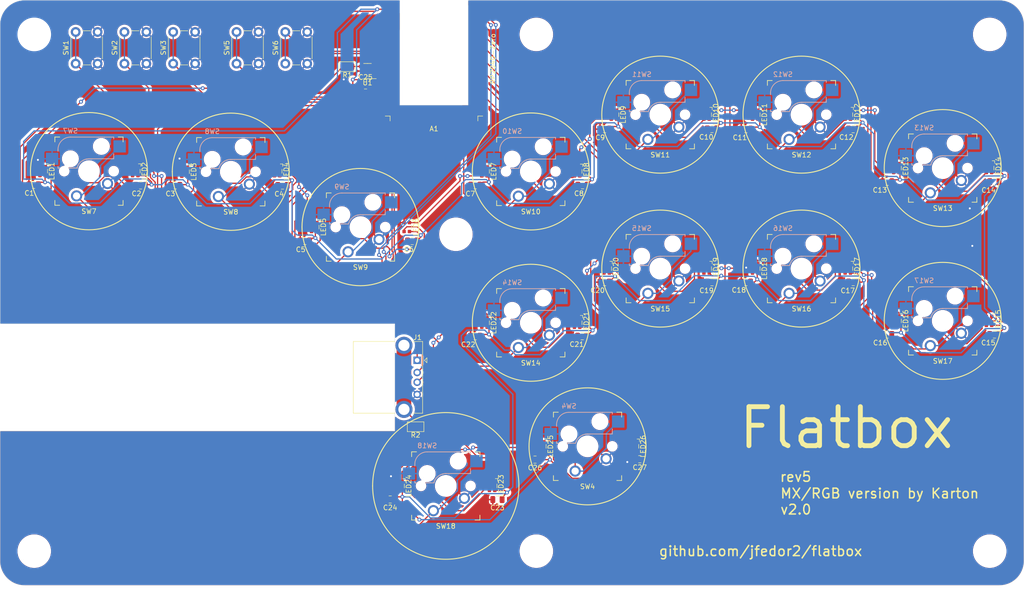
<source format=kicad_pcb>
(kicad_pcb (version 20221018) (generator pcbnew)
  (layers (0 "F.Cu" signal) (31 "B.Cu" signal) (34 "B.Paste" user) (35 "F.Paste" user) (36 "B.SilkS" user "B.Silkscreen") (37 "F.SilkS" user "F.Silkscreen") (38 "B.Mask" user) (39 "F.Mask" user) (44 "Edge.Cuts" user))
  (net 0 "")
  (net 1 "GND")
  (net 2 "LEFT")
  (net 3 "DOWN")
  (net 4 "RIGHT")
  (net 5 "UP")
  (net 6 "L1")
  (net 7 "R1")
  (net 8 "TRIANGLE")
  (net 9 "SQUARE")
  (net 10 "CIRCLE")
  (net 11 "CROSS")
  (net 12 "R2")
  (net 13 "L2")
  (net 14 "OPT1")
  (net 15 "OPT2")
  (net 16 "OPT3")
  (net 17 "D+ Passthrough")
  (net 18 "OPT5")
  (net 19 "OPT6")
  (net 20 "D- Passthrough")
  (net 22 "DIN")
  (net 23 "5V")
  (net 24 "Net-(LED1-DOUT)")
  (net 25 "Net-(LED2-DOUT)")
  (net 26 "Net-(LED3-DOUT)")
  (net 27 "Net-(LED4-DOUT)")
  (net 28 "Net-(LED5-DOUT)")
  (net 29 "Net-(LED6-DOUT)")
  (net 30 "Net-(LED7-DOUT)")
  (net 31 "Net-(LED8-DOUT)")
  (net 32 "Net-(LED10-DIN)")
  (net 33 "Net-(LED10-DOUT)")
  (net 34 "Net-(LED11-DOUT)")
  (net 35 "Net-(LED12-DOUT)")
  (net 36 "Net-(LED13-DOUT)")
  (net 37 "Net-(LED14-DOUT)")
  (net 38 "Net-(LED15-DOUT)")
  (net 39 "Net-(LED16-DOUT)")
  (net 40 "Net-(LED17-DOUT)")
  (net 41 "Net-(LED18-DOUT)")
  (net 42 "Net-(LED19-DOUT)")
  (net 43 "Net-(LED20-DOUT)")
  (net 44 "Net-(LED21-DOUT)")
  (net 45 "Net-(LED22-DOUT)")
  (net 46 "Net-(LED23-DOUT)")
  (net 47 "Net-(LED24-DOUT)")
  (net 48 "Net-(J1-Shield)")
  (net 49 "LED Data")
  (net 50 "Net-(U1-Y)")
  (net 52 "Net-(LED25-DOUT)")
  (footprint "keyswitches.pretty-2.1:Kailh_socket_MX_optional" (layer "F.Cu") (at 87.32 65.17 180)
    (fp_text reference "SW8")
    (fp_text value "SW_Push")
  )
  (footprint "keyswitches.pretty-2.1:Kailh_socket_MX_optional" (layer "F.Cu") (at 113.92 76.52 180)
    (fp_text reference "SW9")
    (fp_text value "SW_Push")
  )
  (footprint "keyswitches.pretty-2.1:Kailh_socket_MX_optional" (layer "F.Cu") (at 131.42 129.62 180)
    (fp_text reference "SW18")
    (fp_text value "SW_Push")
  )
  (footprint "keyswitches.pretty-2.1:Kailh_socket_MX_optional" (layer "F.Cu") (at 148.86 65.11 180)
    (fp_text reference "SW10")
    (fp_text value "SW_Push")
  )
  (footprint "keyswitches.pretty-2.1:Kailh_socket_MX_optional" (layer "F.Cu") (at 175.42 53.46 180)
    (fp_text reference "SW11")
    (fp_text value "SW_Push")
  )
  (footprint "keyswitches.pretty-2.1:Kailh_socket_MX_optional" (layer "F.Cu") (at 204.39 53.46 180)
    (fp_text reference "SW12")
    (fp_text value "SW_Push")
  )
  (footprint "keyswitches.pretty-2.1:Kailh_socket_MX_optional" (layer "F.Cu") (at 233.36 64.42 180)
    (fp_text reference "SW13")
    (fp_text value "SW_Push")
  )
  (footprint "keyswitches.pretty-2.1:Kailh_socket_MX_optional" (layer "F.Cu") (at 148.86 96.15 180)
    (fp_text reference "SW14")
    (fp_text value "SW_Push")
  )
  (footprint "keyswitches.pretty-2.1:Kailh_socket_MX_optional" (layer "F.Cu") (at 175.42 85.04 180)
    (fp_text reference "SW15")
    (fp_text value "SW_Push")
  )
  (footprint "keyswitches.pretty-2.1:Kailh_socket_MX_optional" (layer "F.Cu") (at 204.39 85.04 180)
    (fp_text reference "SW16")
    (fp_text value "SW_Push")
  )
  (footprint "keyswitches.pretty-2.1:Kailh_socket_MX_optional" (layer "F.Cu") (at 233.36 95.76 180)
    (fp_text reference "SW17")
    (fp_text value "SW_Push")
  )
  (footprint "MountingHole:MountingHole_6.4mm_M6" (layer "F.Cu") (at 47 37)
    (fp_text reference "H1" hide)
    (fp_text value "MountingHole")
  )
  (footprint "MountingHole:MountingHole_6.4mm_M6" (layer "F.Cu") (at 47 143)
    (fp_text reference "H4" hide)
    (fp_text value "MountingHole")
  )
  (footprint "MountingHole:MountingHole_6.4mm_M6" (layer "F.Cu") (at 243 143)
    (fp_text reference "H6" hide)
    (fp_text value "MountingHole")
  )
  (footprint "MountingHole:MountingHole_6.4mm_M6" (layer "F.Cu") (at 243 37)
    (fp_text reference "H3" hide)
    (fp_text value "MountingHole")
  )
  (footprint "keyswitches.pretty-2.1:Kailh_socket_MX_optional" (layer "F.Cu") (at 58.225 65.05 180)
    (fp_text reference "SW7")
    (fp_text value "SW_Push")
  )
  (footprint "MountingHole:MountingHole_6.4mm_M6" (layer "F.Cu") (at 150 37)
    (fp_text reference "H2" hide)
    (fp_text value "MountingHole")
  )
  (footprint "Button_Switch_THT:SW_PUSH_6mm_H5mm" (layer "F.Cu") (at 65.5 43 90)
    (fp_text reference "SW2")
    (fp_text value "SW_Push")
  )
  (footprint "Button_Switch_THT:SW_PUSH_6mm_H5mm" (layer "F.Cu") (at 88.5 43 90)
    (fp_text reference "SW5")
    (fp_text value "SW_Push")
  )
  (footprint "Button_Switch_THT:SW_PUSH_6mm_H5mm" (layer "F.Cu") (at 55.5 43 90)
    (fp_text reference "SW1")
    (fp_text value "SW_Push")
  )
  (footprint "Button_Switch_THT:SW_PUSH_6mm_H5mm" (layer "F.Cu") (at 75.5 43 90)
    (fp_text reference "SW3")
    (fp_text value "SW_Push")
  )
  (footprint "Button_Switch_THT:SW_PUSH_6mm_H5mm" (layer "F.Cu") (at 98.5 43 90)
    (fp_text reference "SW6")
    (fp_text value "SW_Push")
  )
  (footprint "MountingHole:MountingHole_6.4mm_M6" (layer "F.Cu") (at 133.5 78)
    (fp_text reference "H7" hide)
    (fp_text value "MountingHole")
  )
  (footprint "MountingHole:MountingHole_6.4mm_M6" (layer "F.Cu") (at 150 143)
    (fp_text reference "H5" hide)
    (fp_text value "MountingHole")
  )
  (footprint "Capacitor_SMD:C_0805_2012Metric" (layer "F.Cu") (at 186.02 87.83 180)
    (fp_text reference "C19")
    (fp_text value "C_Generic")
  )
  (footprint "Capacitor_SMD:C_0805_2012Metric" (layer "F.Cu") (at 164 87.82 180)
    (fp_text reference "C20")
    (fp_text value "C_Generic")
  )
  (footprint "PCM_marbastlib-various:LED_WS2812_2020" (layer "F.Cu") (at 170 121.5 -90)
    (fp_text reference "LED26")
    (fp_text value "WS2812_2020")
  )
  (footprint "PCM_marbastlib-various:LED_WS2812_2020" (layer "F.Cu") (at 77.82 65.17 -90)
    (fp_text reference "LED3")
    (fp_text value "WS2812_2020")
  )
  (footprint "PCM_marbastlib-various:LED_WS2812_2020" (layer "F.Cu") (at 242.86 95.76 -90)
    (fp_text reference "LED15")
    (fp_text value "WS2812_2020")
  )
  (footprint "Capacitor_SMD:C_0805_2012Metric" (layer "F.Cu") (at 164.01 56.43 180)
    (fp_text reference "C9")
    (fp_text value "C_Generic")
  )
  (footprint "Capacitor_SMD:C_0805_2012Metric" (layer "F.Cu") (at 221.96 67.23 180)
    (fp_text reference "C13")
    (fp_text value "C_Generic")
  )
  (footprint "Capacitor_SMD:C_0805_2012Metric" (layer "F.Cu") (at 68.82 67.98 180)
    (fp_text reference "C2")
    (fp_text value "C_Generic")
  )
  (footprint "Capacitor_SMD:C_0805_2012Metric" (layer "F.Cu") (at 243.96 67.22 180)
    (fp_text reference "C14")
    (fp_text value "C_Generic")
  )
  (footprint "PCM_marbastlib-various:LED_WS2812_2020" (layer "F.Cu") (at 165.92 53.46 -90)
    (fp_text reference "LED9")
    (fp_text value "WS2812_2020")
  )
  (footprint "PCM_marbastlib-various:LED_WS2812_2020" (layer "F.Cu") (at 184.92 85.04 -90)
    (fp_text reference "LED19")
    (fp_text value "WS2812_2020")
  )
  (footprint "PCM_marbastlib-various:LED_WS2812_2020" (layer "F.Cu") (at 123.42 76.52 -90)
    (fp_text reference "LED6")
    (fp_text value "WS2812_2020")
  )
  (footprint "PCM_marbastlib-various:LED_WS2812_2020" (layer "F.Cu") (at 194.89 85.04 -90)
    (fp_text reference "LED18")
    (fp_text value "WS2812_2020")
  )
  (footprint "Capacitor_SMD:C_0805_2012Metric" (layer "F.Cu") (at 221.96 98.56 180)
    (fp_text reference "C16")
    (fp_text value "C_Generic")
  )
  (footprint "PCM_marbastlib-various:LED_WS2812_2020" (layer "F.Cu") (at 104.42 76.52 -90)
    (fp_text reference "LED5")
    (fp_text value "WS2812_2020")
  )
  (footprint "Package_TO_SOT_SMD:SOT-23-5" (layer "F.Cu") (at 115.36 44.52 180)
    (fp_text reference "U1")
    (fp_text value "SN74LV1T34DBV")
  )
  (footprint "Capacitor_SMD:C_0805_2012Metric" (layer "F.Cu") (at 159.47 67.94 180)
    (fp_text reference "C8")
    (fp_text value "C_Generic")
  )
  (footprint "RP2040-Zero:RP2040-Zero" (layer "F.Cu") (at 129 42)
    (fp_text reference "A1")
    (fp_text value "RP2040-Zero")
  )
  (footprint "PCM_marbastlib-various:LED_WS2812_2020" (layer "F.Cu") (at 139.36 96.15 -90)
    (fp_text reference "LED22")
    (fp_text value "WS2812_2020")
  )
  (footprint "PCM_marbastlib-various:LED_WS2812_2020" (layer "F.Cu") (at 96.82 65.08 -90)
    (fp_text reference "LED4")
    (fp_text value "WS2812_2020")
  )
  (footprint "Capacitor_SMD:C_0805_2012Metric" (layer "F.Cu") (at 159.41 98.91 180)
    (fp_text reference "C21")
    (fp_text value "C_Generic")
  )
  (footprint "Capacitor_SMD:C_0805_2012Metric" (layer "F.Cu") (at 192.99 87.81 180)
    (fp_text reference "C18")
    (fp_text value "C_Generic")
  )
  (footprint "PCM_Resistor_SMD_AKL:R_0805_2012Metric" (layer "F.Cu") (at 125.23 117.48 180)
    (fp_text reference "R2")
    (fp_text value "150kOhm" hide)
  )
  (footprint "PCM_marbastlib-various:LED_WS2812_2020" (layer "F.Cu") (at 158.36 65.11 -90)
    (fp_text reference "LED8")
    (fp_text value "WS2812_2020")
  )
  (footprint "Capacitor_SMD:C_0805_2012Metric" (layer "F.Cu") (at 137.46 67.94 180)
    (fp_text reference "C7")
    (fp_text value "C_Generic")
  )
  (footprint "Capacitor_SMD:C_0805_2012Metric" (layer "F.Cu") (at 102.52 79.38 180)
    (fp_text reference "C5")
    (fp_text value "C_Generic")
  )
  (footprint "PCM_marbastlib-various:LED_WS2812_2020" (layer "F.Cu") (at 213.89 85.04 -90)
    (fp_text reference "LED17")
    (fp_text value "WS2812_2020")
  )
  (footprint "Capacitor_SMD:C_0805_2012Metric" (layer "F.Cu") (at 243.96 98.56 180)
    (fp_text reference "C15")
    (fp_text value "C_Generic")
  )
  (footprint "Capacitor_SMD:C_0805_2012Metric" (layer "F.Cu") (at 215 87.81 180)
    (fp_text reference "C17")
    (fp_text value "C_Generic")
  )
  (footprint "Capacitor_SMD:C_0805_2012Metric" (layer "F.Cu") (at 186.02 56.41 180)
    (fp_text reference "C10")
    (fp_text value "C_Generic")
  )
  (footprint "Capacitor_SMD:C_0805_2012Metric" (layer "F.Cu") (at 120.02 132.4 180)
    (fp_text reference "C24")
    (fp_text value "C_Generic")
  )
  (footprint "PCM_marbastlib-various:LED_WS2812_2020" (layer "F.Cu") (at 242.86 64.42 -90)
    (fp_text reference "LED14")
    (fp_text value "WS2812_2020")
  )
  (footprint "PCM_marbastlib-various:LED_WS2812_2020" (layer "F.Cu") (at 213.89 53.46 -90)
    (fp_text reference "LED12")
    (fp_text value "WS2812_2020")
  )
  (footprint "Capacitor_SMD:C_0805_2012Metric" (layer "F.Cu") (at 149.72 124.22 180)
    (fp_text reference "C26")
    (fp_text value "C_Generic")
  )
  (footprint "PCM_marbastlib-various:LED_WS2812_2020" (layer "F.Cu") (at 184.92 53.46 -90)
    (fp_text reference "LED10")
    (fp_text value "WS2812_2020")
  )
  (footprint "PCM_marbastlib-various:LED_WS2812_2020" (layer "F.Cu") (at 139.36 65.11 -90)
    (fp_text reference "LED7")
    (fp_text value "WS2812_2020")
  )
  (footprint "PCM_marbastlib-various:LED_WS2812_2020" (layer "F.Cu") (at 164.42 85.04 -90)
    (fp_text reference "LED20")
    (fp_text value "WS2812_2020")
  )
  (footprint "PCM_marbastlib-various:LED_WS2812_2020" (layer "F.Cu") (at 223.86 95.76 -90)
    (fp_text reference "LED16")
    (fp_text value "WS2812_2020")
  )
  (footprint "Capacitor_SMD:C_0805_2012Metric" (layer "F.Cu") (at 192.99 56.44 180)
    (fp_text reference "C11")
    (fp_text value "C_Generic")
  )
  (footprint "Capacitor_SMD:C_0805_2012Metric" (layer "F.Cu") (at 97.92 68 180)
    (fp_text reference "C4")
    (fp_text value "C_Generic")
  )
  (footprint "PCM_marbastlib-various:LED_WS2812_2020" (layer "F.Cu") (at 223.86 64.42 -90)
    (fp_text reference "LED13")
    (fp_text value "WS2812_2020")
  )
  (footprint "PCM_marbastlib-various:LED_WS2812_2020" (layer "F.Cu") (at 67.725 65.05 -90)
    (fp_text reference "LED2")
    (fp_text value "WS2812_2020")
  )
  (footprint "PCM_marbastlib-various:LED_WS2812_2020" (layer "F.Cu") (at 151 121.5 -90)
    (fp_text reference "LED25")
    (fp_text value "WS2812_2020")
  )
  (footprint "keyswitches.pretty-2.1:Kailh_socket_MX_optional" (layer "F.Cu") (at 160.5 121.5 180)
    (fp_text reference "SW4")
    (fp_text value "SW_Push")
  )
  (footprint "Connector_USB:USB_A_CONNFLY_DS1095-WNR0" (layer "F.Cu") (at 125.5475 103.85 -90)
    (fp_text reference "J1")
    (fp_text value "USB_A")
  )
  (footprint "PCM_marbastlib-various:LED_WS2812_2020" (layer "F.Cu") (at 140.92 129.62 -90)
    (fp_text reference "LED23")
    (fp_text value "WS2812_2020")
  )
  (footprint "Capacitor_SMD:C_0805_2012Metric" (layer "F.Cu") (at 142.02 132.42 180)
    (fp_text reference "C23")
    (fp_text value "C_Generic")
  )
  (footprint "PCM_marbastlib-various:LED_WS2812_2020" (layer "F.Cu") (at 194.89 53.46 -90)
    (fp_text reference "LED11")
    (fp_text value "WS2812_2020")
  )
  (footprint "Capacitor_SMD:C_0805_2012Metric" (layer "F.Cu") (at 214.99 56.44 180)
    (fp_text reference "C12")
    (fp_text value "C_Generic")
  )
  (footprint "PCM_Resistor_SMD_AKL:R_0805_2012Metric" (layer "F.Cu") (at 111.22 43.61)
    (fp_text reference "R1")
    (fp_text value "470Ohm" hide)
  )
  (footprint "PCM_marbastlib-various:LED_WS2812_2020" (layer "F.Cu") (at 121.92 129.62 -90)
    (fp_text reference "LED24")
    (fp_text value "WS2812_2020")
  )
  (footprint "Capacitor_SMD:C_0805_2012Metric" (layer "F.Cu") (at 75.91 67.97 180)
    (fp_text reference "C3")
    (fp_text value "C_Generic")
  )
  (footprint "PCM_marbastlib-various:LED_WS2812_2020" (layer "F.Cu") (at 48.725 65.05 -90)
    (fp_text reference "LED1")
    (fp_text value "WS2812_2020")
  )
  (footprint "Capacitor_SMD:C_0805_2012Metric" (layer "F.Cu") (at 137.46 98.92 180)
    (fp_text reference "C22")
    (fp_text value "C_Generic")
  )
  (footprint "Capacitor_SMD:C_0805_2012Metric" (layer "F.Cu") (at 46.86 67.86 180)
    (fp_text reference "C1")
    (fp_text value "C_Generic")
  )
  (footprint "Capacitor_SMD:C_0805_2012Metric" (layer "F.Cu") (at 114.96 47.46)
    (fp_text reference "C25")
    (fp_text value "C_Generic")
  )
  (footprint "Capacitor_SMD:C_0805_2012Metric" (layer "F.Cu") (at 124.53 79.39 180)
    (fp_text reference "C6")
    (fp_text value "C_Generic")
  )
  (footprint "Capacitor_SMD:C_0805_2012Metric" (layer "F.Cu") (at 171.22 124.15 180)
    (fp_text reference "C27")
    (fp_text value "C_Generic")
  )
  (footprint "PCM_marbastlib-various:LED_WS2812_2020" (layer "F.Cu") (at 158.36 96.15 -90)
    (fp_text reference "LED21")
    (fp_text value "WS2812_2020")
  )
  (gr_curve (pts (xy 75.320345 65.17053) (xy 75.320345 60.873617) (xy 77.606529 56.903105) (xy 81.317714 54.754648)) (stroke (width 0.2)) (layer "F.SilkS"))
  (gr_curve (pts (xy 93.312452 54.754648) (xy 97.023636 56.903105) (xy 99.309821 60.873617) (xy 99.309821 65.17053)) (stroke (width 0.2)) (layer "F.SilkS"))
  (gr_circle (center 204.39 53.46) (end 216.39 53.46) (stroke (width 0.2)) (fill none) (layer "F.SilkS"))
  (gr_curve (pts (xy 123.913745 142.649412) (xy 119.271238 139.9618) (xy 116.411337 134.994889) (xy 116.411337 129.619665)) (stroke (width 0.2)) (layer "F.SilkS"))
  (gr_circle (center 233.36 95.76) (end 245.36 95.76) (stroke (width 0.2)) (fill none) (layer "F.SilkS"))
  (gr_curve (pts (xy 93.312452 75.586412) (xy 89.601267 77.734869) (xy 85.028899 77.734869) (xy 81.317714 75.586412)) (stroke (width 0.2)) (layer "F.SilkS"))
  (gr_circle (center 204.39 85.04) (end 216.39 85.04) (stroke (width 0.2)) (fill none) (layer "F.SilkS"))
  (gr_curve (pts (xy 138.918561 142.649412) (xy 134.276055 145.337024) (xy 128.556251 145.337024) (xy 123.913745 142.649412)) (stroke (width 0.2)) (layer "F.SilkS"))
  (gr_curve (pts (xy 64.221646 54.636398) (xy 67.932831 56.784855) (xy 70.219015 60.755367) (xy 70.219015 65.05228)) (stroke (width 0.2)) (layer "F.SilkS"))
  (gr_circle (center 148.86 96.15) (end 160.86 96.15) (stroke (width 0.2)) (fill none) (layer "F.SilkS"))
  (gr_circle (center 148.86 65.11) (end 160.86 65.11) (stroke (width 0.2)) (fill none) (layer "F.SilkS"))
  (gr_curve (pts (xy 52.226909 54.636398) (xy 55.938093 52.487941) (xy 60.510462 52.487941) (xy 64.221646 54.636398)) (stroke (width 0.2)) (layer "F.SilkS"))
  (gr_circle (center 175.42 53.46) (end 187.42 53.46) (stroke (width 0.2)) (fill none) (layer "F.SilkS"))
  (gr_curve (pts (xy 119.919904 86.938924) (xy 116.208719 89.08738) (xy 111.636351 89.08738) (xy 107.925166 86.938924)) (stroke (width 0.2)) (layer "F.SilkS"))
  (gr_curve (pts (xy 101.927798 76.523042) (xy 101.927798 72.226128) (xy 104.213982 68.255617) (xy 107.925166 66.10716)) (stroke (width 0.2)) (layer "F.SilkS"))
  (gr_curve (pts (xy 138.918561 116.589918) (xy 143.561067 119.277529) (xy 146.420969 124.244441) (xy 146.420969 129.619665)) (stroke (width 0.2)) (layer "F.SilkS"))
  (gr_curve (pts (xy 64.221646 75.468162) (xy 60.510462 77.616619) (xy 55.938093 77.616619) (xy 52.226909 75.468162)) (stroke (width 0.2)) (layer "F.SilkS"))
  (gr_curve (pts (xy 116.411337 129.619665) (xy 116.411337 124.244441) (xy 119.271238 119.277529) (xy 123.913745 116.589918)) (stroke (width 0.2)) (layer "F.SilkS"))
  (gr_circle (center 175.42 85.04) (end 187.42 85.04) (stroke (width 0.2)) (fill none) (layer "F.SilkS"))
  (gr_curve (pts (xy 70.219015 65.05228) (xy 70.219015 69.349193) (xy 67.932831 73.319705) (xy 64.221646 75.468162)) (stroke (width 0.2)) (layer "F.SilkS"))
  (gr_line (start 70.219015 65.05228) (end 70.219015 65.05228) (stroke (width 0.2)) (layer "F.SilkS"))
  (gr_curve (pts (xy 107.925166 66.10716) (xy 111.636351 63.958703) (xy 116.208719 63.958703) (xy 119.919904 66.10716)) (stroke (width 0.2)) (layer "F.SilkS"))
  (gr_curve (pts (xy 146.420969 129.619665) (xy 146.420969 134.994889) (xy 143.561067 139.9618) (xy 138.918561 142.649412)) (stroke (width 0.2)) (layer "F.SilkS"))
  (gr_curve (pts (xy 119.919904 66.10716) (xy 123.631089 68.255617) (xy 125.917273 72.226128) (xy 125.917273 76.523042)) (stroke (width 0.2)) (layer "F.SilkS"))
  (gr_curve (pts (xy 123.913745 116.589918) (xy 128.556251 113.902306) (xy 134.276055 113.902306) (xy 138.918561 116.589918)) (stroke (width 0.2)) (layer "F.SilkS"))
  (gr_circle (center 233.36 64.42) (end 245.36 64.42) (stroke (width 0.2)) (fill none) (layer "F.SilkS"))
  (gr_curve (pts (xy 107.925166 86.938924) (xy 104.213982 84.790467) (xy 101.927798 80.819955) (xy 101.927798 76.523042)) (stroke (width 0.2)) (layer "F.SilkS"))
  (gr_curve (pts (xy 81.317714 75.586412) (xy 77.606529 73.437955) (xy 75.320345 69.467444) (xy 75.320345 65.17053)) (stroke (width 0.2)) (layer "F.SilkS"))
  (gr_curve (pts (xy 81.317714 54.754648) (xy 85.028899 52.606192) (xy 89.601267 52.606192) (xy 93.312452 54.754648)) (stroke (width 0.2)) (layer "F.SilkS"))
  (gr_line (start 125.917273 76.523042) (end 125.917273 76.523042) (stroke (width 0.2)) (layer "F.SilkS"))
  (gr_line (start 99.309821 65.17053) (end 99.309821 65.17053) (stroke (width 0.2)) (layer "F.SilkS"))
  (gr_curve (pts (xy 99.309821 65.17053) (xy 99.309821 69.467444) (xy 97.023636 73.437955) (xy 93.312452 75.586412)) (stroke (width 0.2)) (layer "F.SilkS"))
  (gr_curve (pts (xy 52.226909 75.468162) (xy 48.515724 73.319705) (xy 46.22954 69.349193) (xy 46.22954 65.05228)) (stroke (width 0.2)) (layer "F.SilkS"))
  (gr_curve (pts (xy 46.22954 65.05228) (xy 46.22954 60.755367) (xy 48.515724 56.784855) (xy 52.226909 54.636398)) (stroke (width 0.2)) (layer "F.SilkS"))
  (gr_curve (pts (xy 125.917273 76.523042) (xy 125.917273 80.819955) (xy 123.631089 84.790467) (xy 119.919904 86.938924)) (stroke (width 0.2)) (layer "F.SilkS"))
  (gr_circle (center 160.5 121.5) (end 172.5 121.5) (stroke (width 0.2)) (fill none) (layer "F.SilkS"))
  (gr_line (start 250 35) (end 250 145) (stroke (width 0.05)) (layer "Edge.Cuts"))
  (gr_line (start 245 150) (end 45 150) (stroke (width 0.05)) (layer "Edge.Cuts"))
  (gr_line (start 45 30) (end 122 30) (stroke (width 0.05)) (layer "Edge.Cuts"))
  (gr_line (start 136 30) (end 245 30) (stroke (width 0.05)) (layer "Edge.Cuts"))
  (gr_line (start 122 30) (end 122 51.5) (stroke (width 0.05)) (layer "Edge.Cuts"))
  (gr_arc (start 40 35) (mid 41.464466 31.464466) (end 45 30) (stroke (width 0.05)) (layer "Edge.Cuts"))
  (gr_line (start 136 51.5) (end 136 30) (stroke (width 0.05)) (layer "Edge.Cuts"))
  (gr_line (start 120.97 118.36) (end 40 118.36) (stroke (width 0.05)) (layer "Edge.Cuts"))
  (gr_arc (start 45 150) (mid 41.464466 148.535534) (end 40 145) (stroke (width 0.05)) (layer "Edge.Cuts"))
  (gr_line (start 120.97 96.36) (end 40 96.36) (stroke (width 0.05)) (layer "Edge.Cuts"))
  (gr_line (start 120.97 118.36) (end 120.97 96.36) (stroke (width 0.05)) (layer "Edge.Cuts"))
  (gr_arc (start 250 145) (mid 248.535534 148.535534) (end 245 150) (stroke (width 0.05)) (layer "Edge.Cuts"))
  (gr_arc (start 245 30) (mid 248.535534 31.464466) (end 250 35) (stroke (width 0.05)) (layer "Edge.Cuts"))
  (gr_line (start 40 96.36) (end 40 35) (stroke (width 0.05)) (layer "Edge.Cuts"))
  (gr_line (start 40 118.36) (end 40 145) (stroke (width 0.05)) (layer "Edge.Cuts"))
  (gr_line (start 122 51.5) (end 136 51.5) (stroke (width 0.05)) (layer "Edge.Cuts"))
  (gr_text "MX/RGB version by Karton" (at 199.898 132.334) (layer "F.SilkS") (effects (font (size 2 2) (thickness 0.3)) (justify left bottom)))
  (gr_text "RP2040-Zero" (at 141.1 42 90) (layer "F.SilkS") (effects (font (size 1 1))))
  (gr_text "rev5" (at 203.2 127.762) (layer "F.SilkS") (effects (font (size 2 2) (thickness 0.3))))
  (gr_text "github.com/jfedor2/flatbox" (at 196 143) (layer "F.SilkS") (effects (font (size 2 2) (thickness 0.3))))
  (gr_text "v2.0" (at 199.898 135.636) (layer "F.SilkS") (effects (font (size 2 2) (thickness 0.3)) (justify left bottom)))
  (gr_text "Flatbox" (at 213.61 117.71) (layer "F.SilkS") (effects (font (size 8 8) (thickness 1))))
  (segment (start 184.82 87.58) (end 185.07 87.83) (width 0.381) (layer "F.Cu") (net 1))
  (segment (start 213.82 87.58) (end 214.05 87.81) (width 0.381) (layer "F.Cu") (net 1))
  (segment (start 179.7 55.53) (end 179.23 56) (width 0.381) (layer "F.Cu") (net 1))
  (segment (start 163.06 56.99) (end 163.06 56.43) (width 0.381) (layer "F.Cu") (net 1))
  (segment (start 158.24 98.69) (end 158.46 98.91) (width 0.381) (layer "F.Cu") (net 1))
  (segment (start 140.81 132.16) (end 141.07 132.42) (width 0.381) (layer "F.Cu") (net 1))
  (segment (start 242.75 98.3) (end 243.01 98.56) (width 0.381) (layer "F.Cu") (net 1))
  (segment (start 138.81 64.285743) (end 138.81 64.195) (width 0.381) (layer "F.Cu") (net 1))
  (segment (start 165.37 52.72) (end 165.37 52.545) (width 0.381) (layer "F.Cu") (net 1))
  (via (at 120.18 127.63) (size 0.8) (drill 0.4) (layers "F.Cu" "B.Cu") (net 1))
  (via (at 47.752 62.738) (size 0.8) (drill 0.4) (layers "F.Cu" "B.Cu") (net 1))
  (via (at 76.803936 62.471639) (size 0.8) (drill 0.4) (layers "F.Cu" "B.Cu") (net 1))
  (via (at 193.04 84.836) (size 0.8) (drill 0.4) (layers "F.Cu" "B.Cu") (net 1))
  (via (at 239.43 80.38) (size 0.8) (drill 0.4) (layers "F.Cu" "B.Cu") (net 1))
  (via (at 238.91 72.69) (size 0.8) (drill 0.4) (layers "F.Cu" "B.Cu") (net 1))
  (via (at 110.49 46.228) (size 0.8) (drill 0.4) (layers "F.Cu" "B.Cu") (net 1))
  (via (at 168.656 124.714) (size 0.8) (drill 0.4) (layers "F.Cu" "B.Cu") (net 1))
  (segment (start 113.2 56.1) (end 108.7 51.6) (width 0.254) (layer "F.Cu") (net 2))
  (segment (start 72.3 73.35) (end 68.75 76.9) (width 0.254) (layer "F.Cu") (net 2))
  (segment (start 108.7 51.6) (end 77.15 51.6) (width 0.254) (layer "F.Cu") (net 2))
  (segment (start 123.92 54.58) (end 122.4 56.1) (width 0.254) (layer "F.Cu") (net 2))
  (segment (start 122.4 56.1) (end 113.2 56.1) (width 0.254) (layer "F.Cu") (net 2))
  (segment (start 62.455 76.9) (end 55.685 70.13) (width 0.254) (layer "F.Cu") (net 2))
  (segment (start 68.75 76.9) (end 62.455 76.9) (width 0.254) (layer "F.Cu") (net 2))
  (segment (start 77.15 51.6) (end 72.3 56.45) (width 0.254) (layer "F.Cu") (net 2))
  (segment (start 72.3 56.45) (end 72.3 73.35) (width 0.254) (layer "F.Cu") (net 2))
  (segment (start 123.92 53.7) (end 123.92 54.58) (width 0.254) (layer "F.Cu") (net 2))
  (segment (start 64.515 59.97) (end 60.5959 63.8891) (width 0.254) (layer "B.Cu") (net 2))
  (segment (start 56.62 70.13) (end 55.685 70.13) (width 0.254) (layer "B.Cu") (net 2))
  (segment (start 60.5959 66.1541) (end 56.62 70.13) (width 0.254) (layer "B.Cu") (net 2))
  (segment (start 60.5959 63.8891) (end 60.5959 66.1541) (width 0.254) (layer "B.Cu") (net 2))
  (segment (start 94.05 76.6) (end 91.13 76.6) (width 0.254) (layer "F.Cu") (net 3))
  (segment (start 126.46 53.7) (end 126.46 54.54) (width 0.254) (layer "F.Cu") (net 3))
  (segment (start 123.3 57.7) (end 112.95 57.7) (width 0.254) (layer "F.Cu") (net 3))
  (segment (start 112.95 57.7) (end 94.05 76.6) (width 0.254) (layer "F.Cu") (net 3))
  (segment (start 126.46 54.54) (end 123.3 57.7) (width 0.254) (layer "F.Cu") (net 3))
  (segment (start 91.13 76.6) (end 84.78 70.25) (width 0.254) (layer "F.Cu") (net 3))
  (segment (start 91.1721 62.5279) (end 91.1721 65.0379) (width 0.254) (layer "B.Cu") (net 3))
  (segment (start 93.61 60.09) (end 91.1721 62.5279) (width 0.254) (layer "B.Cu") (net 3))
  (segment (start 85.96 70.25) (end 84.78 70.25) (width 0.254) (layer "B.Cu") (net 3))
  (segment (start 91.1721 65.0379) (end 85.96 70.25) (width 0.254) (layer "B.Cu") (net 3))
  (segment (start 129 54.5) (end 124.9 58.6) (width 0.254) (layer "F.Cu") (net 4))
  (segment (start 99.9 83.14) (end 103.2 86.44) (width 0.254) (layer "F.Cu") (net 4))
  (segment (start 129 53.7) (end 129 54.5) (width 0.254) (layer "F.Cu") (net 4))
  (segment (start 124.9 58.6) (end 113.35 58.6) (width 0.254) (layer "F.Cu") (net 4))
  (segment (start 99.9 72.05) (end 99.9 83.14) (width 0.254) (layer "F.Cu") (net 4))
  (segment (start 106.54 86.44) (end 111.38 81.6) (width 0.254) (layer "F.Cu") (net 4))
  (segment (start 113.35 58.6) (end 99.9 72.05) (width 0.254) (layer "F.Cu") (net 4))
  (segment (start 103.2 86.44) (end 106.54 86.44) (width 0.254) (layer "F.Cu") (net 4))
  (segment (start 120.21 71.44) (end 116.2909 75.3591) (width 0.254) (layer "B.Cu") (net 4))
  (segment (start 116.2909 75.3591) (end 116.2909 77.502059) (width 0.254) (layer "B.Cu") (net 4))
  (segment (start 116.2909 77.502059) (end 112.192959 81.6) (width 0.254) (layer "B.Cu") (net 4))
  (segment (start 112.192959 81.6) (end 111.38 81.6) (width 0.254) (layer "B.Cu") (net 4))
  (segment (start 119.17 139.44) (end 117.96 138.23) (width 0.254) (layer "F.Cu") (net 5))
  (segment (start 128.88 134.7) (end 124.14 139.44) (width 0.254) (layer "F.Cu") (net 5))
  (segment (start 120.4 83.083696) (end 120.629781 82.853915) (width 0.254) (layer "F.Cu") (net 5))
  (segment (start 120.629781 81.691834) (end 120.4 81.462053) (width 0.254) (layer "F.Cu") (net 5))
  (segment (start 131.54 54.36) (end 131.54 53.7) (width 0.254) (layer "F.Cu") (net 5))
  (segment (start 120.4 81.462053) (end 120.4 65.5) (width 0.254) (layer "F.Cu") (net 5))
  (segment (start 120.4 91.63) (end 120.4 83.083696) (width 0.254) (layer "F.Cu") (net 5))
  (segment (start 117.96 127.82) (end 127.76 118.02) (width 0.254) (layer "F.Cu") (net 5))
  (segment (start 127.76 118.02) (end 127.76 98.99) (width 0.254) (layer "F.Cu") (net 5))
  (segment (start 117.96 138.23) (end 117.96 127.82) (width 0.254) (layer "F.Cu") (net 5))
  (segment (start 120.629781 82.853915) (end 120.629781 81.691834) (width 0.254) (layer "F.Cu") (net 5))
  (segment (start 124.14 139.44) (end 119.17 139.44) (width 0.254) (layer "F.Cu") (net 5))
  (segment (start 127.76 98.99) (end 120.4 91.63) (width 0.254) (layer "F.Cu") (net 5))
  (segment (start 120.4 65.5) (end 131.54 54.36) (width 0.254) (layer "F.Cu") (net 5))
  (segment (start 129.692959 134.7) (end 128.88 134.7) (width 0.254) (layer "B.Cu") (net 5))
  (segment (start 137.71 124.54) (end 133.7909 128.4591) (width 0.254) (layer "B.Cu") (net 5))
  (segment (start 133.7909 128.4591) (end 133.7909 130.602059) (width 0.254) (layer "B.Cu") (net 5))
  (segment (start 133.7909 130.602059) (end 129.692959 134.7) (width 0.254) (layer "B.Cu") (net 5))
  (segment (start 218.65 48) (end 218.65 70.83) (width 0.254) (layer "F.Cu") (net 6))
  (segment (start 218.65 70.83) (end 221.93 74.11) (width 0.254) (layer "F.Cu") (net 6))
  (segment (start 209.05 38.4) (end 218.65 48) (width 0.254) (layer "F.Cu") (net 6))
  (segment (start 138.16 36.92) (end 138.92 36.92) (width 0.254) (layer "F.Cu") (net 6))
  (segment (start 161.575 38.4) (end 209.05 38.4) (width 0.254) (layer "F.Cu") (net 6))
  (segment (start 153.375 46.6) (end 161.575 38.4) (width 0.254) (layer "F.Cu") (net 6))
  (segment (start 138.92 36.92) (end 148.6 46.6) (width 0.254) (layer "F.Cu") (net 6))
  (segment (start 226.34 73.98) (end 230.82 69.5) (width 0.254) (layer "F.Cu") (net 6))
  (segment (start 221.93 74.11) (end 225.98 74.11) (width 0.254) (layer "F.Cu") (net 6))
  (segment (start 148.6 46.6) (end 153.375 46.6) (width 0.254) (layer "F.Cu") (net 6))
  (segment (start 225.98 74.11) (end 226.11 73.98) (width 0.254) (layer "F.Cu") (net 6))
  (segment (start 226.11 73.98) (end 226.34 73.98) (width 0.254) (layer "F.Cu") (net 6))
  (segment (start 239.65 59.34) (end 235.7309 63.2591) (width 0.254) (layer "B.Cu") (net 6))
  (segment (start 235.7309 63.2591) (end 235.7309 65.402059) (width 0.254) (layer "B.Cu") (net 6))
  (segment (start 231.632959 69.5) (end 230.82 69.5) (width 0.254) (layer "B.Cu") (net 6))
  (segment (start 235.7309 65.402059) (end 231.632959 69.5) (width 0.254) (layer "B.Cu") (net 6))
  (segment (start 198.16 62.23) (end 201.85 58.54) (width 0.254) (layer "F.Cu") (net 7))
  (segment (start 139 42) (end 145.2 48.2) (width 0.254) (layer "F.Cu") (net 7))
  (segment (start 154.2 48.2) (end 162.4 40) (width 0.254) (layer "F.Cu") (net 7))
  (segment (start 189.71 60.92) (end 191.02 62.23) (width 0.254) (layer "F.Cu") (net 7))
  (segment (start 145.2 48.2) (end 154.2 48.2) (width 0.254) (layer "F.Cu") (net 7))
  (segment (start 191.02 62.23) (end 198.16 62.23) (width 0.254) (layer "F.Cu") (net 7))
  (segment (start 184.25 40) (end 189.71 45.46) (width 0.254) (layer "F.Cu") (net 7))
  (segment (start 189.71 45.46) (end 189.71 60.92) (width 0.254) (layer "F.Cu") (net 7))
  (segment (start 162.4 40) (end 184.25 40) (width 0.254) (layer "F.Cu") (net 7))
  (segment (start 210.68 48.38) (end 206.7609 52.2991) (width 0.254) (layer "B.Cu") (net 7))
  (segment (start 202.72 58.54) (end 201.85 58.54) (width 0.254) (layer "B.Cu") (net 7))
  (segment (start 206.7609 52.2991) (end 206.7609 54.4991) (width 0.254) (layer "B.Cu") (net 7))
  (segment (start 206.7609 54.4991) (end 202.72 58.54) (width 0.254) (layer "B.Cu") (net 7))
  (segment (start 172.88 58.54) (end 169.88 61.54) (width 0.254) (layer "F.Cu") (net 8))
  (segment (start 152.98 51.51) (end 143.51 51.51) (width 0.254) (layer "F.Cu") (net 8))
  (segment (start 169.88 61.54) (end 163.01 61.54) (width 0.254) (layer "F.Cu") (net 8))
  (segment (start 143.51 51.51) (end 139.08 47.08) (width 0.254) (layer "F.Cu") (net 8))
  (segment (start 163.01 61.54) (end 152.98 51.51) (width 0.254) (layer "F.Cu") (net 8))
  (segment (start 139.08 47.08) (end 138.16 47.08) (width 0.254) (layer "F.Cu") (net 8))
  (segment (start 181.71 48.38) (end 177.7909 52.2991) (width 0.254) (layer "B.Cu") (net 8))
  (segment (start 177.7909 54.442059) (end 173.692959 58.54) (width 0.254) (layer "B.Cu") (net 8))
  (segment (start 177.7909 52.2991) (end 177.7909 54.442059) (width 0.254) (layer "B.Cu") (net 8))
  (segment (start 173.692959 58.54) (end 172.88 58.54) (width 0.254) (layer "B.Cu") (net 8))
  (segment (start 139.9 53.1) (end 139.9 55.1) (width 0.254) (layer "F.Cu") (net 9))
  (segment (start 138.96 52.16) (end 139.9 53.1) (width 0.254) (layer "F.Cu") (net 9))
  (segment (start 135.1 69.6) (end 139.08 73.58) (width 0.254) (layer "F.Cu") (net 9))
  (segment (start 142.93 73.58) (end 146.32 70.19) (width 0.254) (layer "F.Cu") (net 9))
  (segment (start 135.1 59.9) (end 135.1 69.6) (width 0.254) (layer "F.Cu") (net 9))
  (segment (start 138.16 52.16) (end 138.96 52.16) (width 0.254) (layer "F.Cu") (net 9))
  (segment (start 139.08 73.58) (end 142.93 73.58) (width 0.254) (layer "F.Cu") (net 9))
  (segment (start 139.9 55.1) (end 135.1 59.9) (width 0.254) (layer "F.Cu") (net 9))
  (segment (start 147.936446 70.19) (end 146.32 70.19) (width 0.254) (layer "B.Cu") (net 9))
  (segment (start 152.7121 62.4679) (end 152.7121 65.414346) (width 0.254) (layer "B.Cu") (net 9))
  (segment (start 152.7121 65.414346) (end 147.936446 70.19) (width 0.254) (layer "B.Cu") (net 9))
  (segment (start 155.15 60.03) (end 152.7121 62.4679) (width 0.254) (layer "B.Cu") (net 9))
  (segment (start 139.22 49.62) (end 142.1 52.5) (width 0.254) (layer "F.Cu") (net 10))
  (segment (start 142.1 52.5) (end 152.63 52.5) (width 0.254) (layer "F.Cu") (net 10))
  (segment (start 152.63 52.5) (end 163.07 62.94) (width 0.254) (layer "F.Cu") (net 10))
  (segment (start 163.07 62.94) (end 163.07 80.65) (width 0.254) (layer "F.Cu") (net 10))
  (segment (start 163.77 94.59) (end 168.41 94.59) (width 0.254) (layer "F.Cu") (net 10))
  (segment (start 161.15 82.57) (end 161.15 91.97) (width 0.254) (layer "F.Cu") (net 10))
  (segment (start 161.15 91.97) (end 163.77 94.59) (width 0.254) (layer "F.Cu") (net 10))
  (segment (start 168.41 94.59) (end 172.88 90.12) (width 0.254) (layer "F.Cu") (net 10))
  (segment (start 163.07 80.65) (end 161.15 82.57) (width 0.254) (layer "F.Cu") (net 10))
  (segment (start 138.16 49.62) (end 139.22 49.62) (width 0.254) (layer "F.Cu") (net 10))
  (segment (start 181.71 79.96) (end 181.71 81.464) (width 0.254) (layer "B.Cu") (net 10))
  (segment (start 181.71 81.464) (end 177.77 85.404) (width 0.254) (layer "B.Cu") (net 10))
  (segment (start 177.77 87.23) (end 174.88 90.12) (width 0.254) (layer "B.Cu") (net 10))
  (segment (start 174.88 90.12) (end 172.88 90.12) (width 0.254) (layer "B.Cu") (net 10))
  (segment (start 177.77 85.404) (end 177.77 87.23) (width 0.254) (layer "B.Cu") (net 10))
  (segment (start 134.08 54.42) (end 134.08 53.7) (width 0.254) (layer "F.Cu") (net 11))
  (segment (start 120.854 91.074) (end 120.854 83.271749) (width 0.254) (layer "F.Cu") (net 11))
  (segment (start 142.5 105.05) (end 134.83 105.05) (width 0.254) (layer "F.Cu") (net 11))
  (segment (start 146.32 101.23) (end 142.5 105.05) (width 0.254) (layer "F.Cu") (net 11))
  (segment (start 121.083781 83.041968) (end 121.083781 81.503781) (width 0.254) (layer "F.Cu") (net 11))
  (segment (start 120.854 83.271749) (end 121.083781 83.041968) (width 0.254) (layer "F.Cu") (net 11))
  (segment (start 120.854 81.274) (end 120.854 67.646) (width 0.254) (layer "F.Cu") (net 11))
  (segment (start 120.854 67.646) (end 134.08 54.42) (width 0.254) (layer "F.Cu") (net 11))
  (segment (start 134.83 105.05) (end 120.854 91.074) (width 0.254) (layer "F.Cu") (net 11))
  (segment (start 121.083781 81.503781) (end 120.854 81.274) (width 0.254) (layer "F.Cu") (net 11))
  (segment (start 155.15 91.07) (end 151.2309 94.9891) (width 0.254) (layer "B.Cu") (net 11))
  (segment (start 151.2309 97.935546) (end 147.936446 101.23) (width 0.254) (layer "B.Cu") (net 11))
  (segment (start 151.2309 94.9891) (end 151.2309 97.935546) (width 0.254) (layer "B.Cu") (net 11))
  (segment (start 147.936446 101.23) (end 146.32 101.23) (width 0.254) (layer "B.Cu") (net 11))
  (segment (start 143.5 49) (end 154.6 49) (width 0.254) (layer "F.Cu") (net 12))
  (segment (start 188.7 91.23) (end 192.09 94.62) (width 0.254) (layer "F.Cu") (net 12))
  (segment (start 154.6 49) (end 162.8 40.8) (width 0.254) (layer "F.Cu") (net 12))
  (segment (start 139.04 44.54) (end 143.5 49) (width 0.254) (layer "F.Cu") (net 12))
  (segment (start 138.16 44.54) (end 139.04 44.54) (width 0.254) (layer "F.Cu") (net 12))
  (segment (start 192.09 94.62) (end 197.35 94.62) (width 0.254) (layer "F.Cu") (net 12))
  (segment (start 182.35 40.8) (end 188.7 47.15) (width 0.254) (layer "F.Cu") (net 12))
  (segment (start 188.7 47.15) (end 188.7 91.23) (width 0.254) (layer "F.Cu") (net 12))
  (segment (start 162.8 40.8) (end 182.35 40.8) (width 0.254) (layer "F.Cu") (net 12))
  (segment (start 197.35 94.62) (end 201.85 90.12) (width 0.254) (layer "F.Cu") (net 12))
  (segment (start 210.68 79.96) (end 206.7609 83.8791) (width 0.254) (layer "B.Cu") (net 12))
  (segment (start 203.466446 90.12) (end 201.85 90.12) (width 0.254) (layer "B.Cu") (net 12))
  (segment (start 206.7609 83.8791) (end 206.7609 86.825546) (width 0.254) (layer "B.Cu") (net 12))
  (segment (start 206.7609 86.825546) (end 203.466446 90.12) (width 0.254) (layer "B.Cu") (net 12))
  (segment (start 227.36 101.52) (end 226.92 101.08) (width 0.254) (layer "F.Cu") (net 13))
  (segment (start 218.99 92.09) (end 218 91.1) (width 0.254) (layer "F.Cu") (net 13))
  (segment (start 139.06 39.46) (end 138.16 39.46) (width 0.254) (layer "F.Cu") (net 13))
  (segment (start 147 47.4) (end 139.06 39.46) (width 0.254) (layer "F.Cu") (net 13))
  (segment (start 230.82 100.84) (end 230.14 101.52) (width 0.254) (layer "F.Cu") (net 13))
  (segment (start 158.567 119.737479) (end 158.567 114.583) (width 0.254) (layer "F.Cu") (net 13))
  (segment (start 208.6 39.2) (end 162 39.2) (width 0.254) (layer "F.Cu") (net 13))
  (segment (start 218.99 99.39) (end 218.99 92.09) (width 0.254) (layer "F.Cu") (net 13))
  (segment (start 218 87.72) (end 218 48.6) (width 0.254) (layer "F.Cu") (net 13))
  (segment (start 162 39.2) (end 153.8 47.4) (width 0.254) (layer "F.Cu") (net 13))
  (segment (start 226.92 101.08) (end 220.68 101.08) (width 0.254) (layer "F.Cu") (net 13))
  (segment (start 176.53 96.62) (end 212.5 96.62) (width 0.254) (layer "F.Cu") (net 13))
  (segment (start 218 91.1) (end 218 87.72) (width 0.254) (layer "F.Cu") (net 13))
  (segment (start 157.96 126.58) (end 157.96 120.344479) (width 0.254) (layer "F.Cu") (net 13))
  (segment (start 153.8 47.4) (end 147 47.4) (width 0.254) (layer "F.Cu") (net 13))
  (segment (start 157.96 120.344479) (end 158.567 119.737479) (width 0.254) (layer "F.Cu") (net 13))
  (segment (start 212.5 96.62) (end 218 91.12) (width 0.254) (layer "F.Cu") (net 13))
  (segment (start 158.567 114.583) (end 176.53 96.62) (width 0.254) (layer "F.Cu") (net 13))
  (segment (start 218 48.6) (end 208.6 39.2) (width 0.254) (layer "F.Cu") (net 13))
  (segment (start 218 91.12) (end 218 87.72) (width 0.254) (layer "F.Cu") (net 13))
  (segment (start 220.68 101.08) (end 218.99 99.39) (width 0.254) (layer "F.Cu") (net 13))
  (segment (start 230.14 101.52) (end 227.36 101.52) (width 0.254) (layer "F.Cu") (net 13))
  (segment (start 157.96 126.58) (end 159.66 126.58) (width 0.254) (layer "B.Cu") (net 13))
  (segment (start 237.2121 93.1179) (end 237.2121 96.064346) (width 0.254) (layer "B.Cu") (net 13))
  (segment (start 232.436446 100.84) (end 230.82 100.84) (width 0.254) (layer "B.Cu") (net 13))
  (segment (start 239.65 90.68) (end 237.2121 93.1179) (width 0.254) (layer "B.Cu") (net 13))
  (segment (start 164.3521 121.8879) (end 164.3521 118.8579) (width 0.254) (layer "B.Cu") (net 13))
  (segment (start 159.66 126.58) (end 164.3521 121.8879) (width 0.254) (layer "B.Cu") (net 13))
  (segment (start 164.3521 118.8579) (end 166.79 116.42) (width 0.254) (layer "B.Cu") (net 13))
  (segment (start 237.2121 96.064346) (end 232.436446 100.84) (width 0.254) (layer "B.Cu") (net 13))
  (segment (start 117.79 50.89) (end 63.39 50.89) (width 0.254) (layer "F.Cu") (net 14))
  (segment (start 119.06 52.16) (end 117.79 50.89) (width 0.254) (layer "F.Cu") (net 14))
  (segment (start 119.84 52.16) (end 119.06 52.16) (width 0.254) (layer "F.Cu") (net 14))
  (segment (start 63.39 50.89) (end 55.5 43) (width 0.254) (layer "F.Cu") (net 14))
  (segment (start 55.5 36.5) (end 55.5 43) (width 0.254) (layer "B.Cu") (net 14))
  (segment (start 71.82 50.32) (end 70.5 49) (width 0.254) (layer "F.Cu") (net 15))
  (segment (start 70.5 48) (end 65.5 43) (width 0.254) (layer "F.Cu") (net 15))
  (segment (start 119.14 50.32) (end 71.82 50.32) (width 0.254) (layer "F.Cu") (net 15))
  (segment (start 70.5 49) (end 70.5 48) (width 0.254) (layer "F.Cu") (net 15))
  (segment (start 119.84 49.62) (end 119.14 50.32) (width 0.254) (layer "F.Cu") (net 15))
  (segment (start 65.5 36.5) (end 65.5 43) (width 0.254) (layer "B.Cu") (net 15))
  (segment (start 82.366 49.866) (end 75.5 43) (width 0.254) (layer "F.Cu") (net 16))
  (segment (start 117.054 49.866) (end 82.366 49.866) (width 0.254) (layer "F.Cu") (net 16))
  (segment (start 119.84 47.08) (end 117.054 49.866) (width 0.254) (layer "F.Cu") (net 16))
  (segment (start 75.5 36.5) (end 75.5 43) (width 0.254) (layer "B.Cu") (net 16))
  (segment (start 119.144591 82.064591) (end 119.144591 91.964591) (width 0.254) (layer "F.Cu") (net 17))
  (segment (start 141.678801 35.052545) (end 141.678801 35.053423) (width 0.254) (layer "F.Cu") (net 17))
  (segment (start 127.0905 99.9105) (end 127.0905 106.807) (width 0.254) (layer "F.Cu") (net 17))
  (segment (start 119.144591 91.964591) (end 127.0905 99.9105) (width 0.254) (layer "F.Cu") (net 17))
  (segment (start 138.466256 31.84) (end 141.678801 35.052545) (width 0.254) (layer "F.Cu") (net 17))
  (segment (start 118.7 81.62) (end 119.144591 82.064591) (width 0.254) (layer "F.Cu") (net 17))
  (segment (start 127.0905 106.807) (end 125.5475 108.35) (width 0.254) (layer "F.Cu") (net 17))
  (segment (start 141.678801 35.053423) (end 141.678835 35.053457) (width 0.254) (layer "F.Cu") (net 17))
  (segment (start 138.16 31.84) (end 138.466256 31.84) (width 0.254) (layer "F.Cu") (net 17))
  (segment (start 138.25 31.93) (end 138.16 31.84) (width 0.254) (layer "F.Cu") (net 17))
  (via (at 118.7 81.62) (size 0.8) (drill 0.4) (layers "F.Cu" "B.Cu") (net 17))
  (via (at 141.678835 35.053457) (size 0.8) (drill 0.4) (layers "F.Cu" "B.Cu") (net 17))
  (segment (start 118.7 80.810946) (end 119.654 79.856946) (width 0.254) (layer "B.Cu") (net 17))
  (segment (start 133.602052 65.46) (end 141.678835 57.383217) (width 0.254) (layer "B.Cu") (net 17))
  (segment (start 119.654 79.856946) (end 119.654 79.408052) (width 0.254) (layer "B.Cu") (net 17))
  (segment (start 141.678835 57.383217) (end 141.678835 35.053457) (width 0.254) (layer "B.Cu") (net 17))
  (segment (start 118.7 81.62) (end 118.7 80.810946) (width 0.254) (layer "B.Cu") (net 17))
  (segment (start 119.654 79.408052) (end 133.602052 65.46) (width 0.254) (layer "B.Cu") (net 17))
  (segment (start 119.84 42) (end 119.1 42) (width 0.254) (layer "F.Cu") (net 18))
  (segment (start 107.97 40.92) (end 103.29 45.6) (width 0.254) (layer "F.Cu") (net 18))
  (segment (start 91.1 45.6) (end 88.5 43) (width 0.254) (layer "F.Cu") (net 18))
  (segment (start 118.02 40.92) (end 107.97 40.92) (width 0.254) (layer "F.Cu") (net 18))
  (segment (start 103.29 45.6) (end 91.1 45.6) (width 0.254) (layer "F.Cu") (net 18))
  (segment (start 119.1 42) (end 118.02 40.92) (width 0.254) (layer "F.Cu") (net 18))
  (segment (start 88.5 43) (end 88.5 36.5) (width 0.254) (layer "B.Cu") (net 18))
  (segment (start 119.84 39.46) (end 119.16 39.46) (width 0.254) (layer "F.Cu") (net 19))
  (segment (start 107.781947 40.466) (end 107.767947 40.48) (width 0.254) (layer "F.Cu") (net 19))
  (segment (start 118.154 40.466) (end 107.781947 40.466) (width 0.254) (layer "F.Cu") (net 19))
  (segment (start 102.48 40.48) (end 98.5 36.5) (width 0.254) (layer "F.Cu") (net 19))
  (segment (start 119.16 39.46) (end 118.154 40.466) (width 0.254) (layer "F.Cu") (net 19))
  (segment (start 107.767947 40.48) (end 102.48 40.48) (width 0.254) (layer "F.Cu") (net 19))
  (segment (start 98.5 36.5) (end 98.5 43) (width 0.254) (layer "B.Cu") (net 19))
  (segment (start 117.74 82.24) (end 118.345353 82.845353) (width 0.254) (layer "F.Cu") (net 20))
  (segment (start 118.345353 82.845353) (end 118.345353 91.807405) (width 0.254) (layer "F.Cu") (net 20))
  (segment (start 126.6365 105.261) (end 125.5475 106.35) (width 0.254) (layer "F.Cu") (net 20))
  (segment (start 118.345353 91.807405) (end 126.6365 100.098552) (width 0.254) (layer "F.Cu") (net 20))
  (segment (start 126.6365 100.098552) (end 126.6365 105.261) (width 0.254) (layer "F.Cu") (net 20))
  (segment (start 138.16 34.38) (end 139.97 34.38) (width 0.254) (layer "F.Cu") (net 20))
  (segment (start 139.97 34.38) (end 140.68 35.09) (width 0.254) (layer "F.Cu") (net 20))
  (via (at 140.68 35.09) (size 0.8) (drill 0.4) (layers "F.Cu" "B.Cu") (net 20))
  (via (at 117.74 82.24) (size 0.8) (drill 0.4) (layers "F.Cu" "B.Cu") (net 20))
  (segment (start 140.68 57.74) (end 140.68 35.09) (width 0.254) (layer "B.Cu") (net 20))
  (segment (start 119.2 79.22) (end 140.68 57.74) (width 0.254) (layer "B.Cu") (net 20))
  (segment (start 119.2 79.668894) (end 119.2 79.22) (width 0.254) (layer "B.Cu") (net 20))
  (segment (start 117.74 81.128894) (end 119.2 79.668894) (width 0.254) (layer "B.Cu") (net 20))
  (segment (start 117.74 82.24) (end 117.74 81.128894) (width 0.254) (layer "B.Cu") (net 20))
  (segment (start 48.514 65.024) (end 48.175 65.363) (width 0.254) (layer "F.Cu") (net 22))
  (segment (start 49.24 69.81) (end 50.46 68.59) (width 0.254) (layer "F.Cu") (net 22))
  (segment (start 48.175 65.363) (end 48.175 65.965) (width 0.254) (layer "F.Cu") (net 22))
  (segment (start 110.3075 43.61) (end 105.881214 48.036286) (width 0.254) (layer "F.Cu") (net 22))
  (segment (start 56.58 50.81) (end 44.59 62.8) (width 0.254) (layer "F.Cu") (net 22))
  (segment (start 50.46 66.006) (end 49.478 65.024) (width 0.254) (layer "F.Cu") (net 22))
  (segment (start 105.881214 48.036286) (end 81.563714 48.036286) (width 0.254) (layer "F.Cu") (net 22))
  (segment (start 49.478 65.024) (end 48.514 65.024) (width 0.254) (layer "F.Cu") (net 22))
  (segment (start 44.59 68.84) (end 45.56 69.81) (width 0.254) (layer "F.Cu") (net 22))
  (segment (start 50.46 68.59) (end 50.46 66.006) (width 0.254) (layer "F.Cu") (net 22))
  (segment (start 45.56 69.81) (end 49.24 69.81) (width 0.254) (layer "F.Cu") (net 22))
  (segment (start 44.59 62.8) (end 44.59 68.84) (width 0.254) (layer "F.Cu") (net 22))
  (via (at 56.58 50.81) (size 0.8) (drill 0.4) (layers "F.Cu" "B.Cu") (net 22))
  (via (at 81.563714 48.036286) (size 0.8) (drill 0.4) (layers "F.Cu" "B.Cu") (net 22))
  (segment (start 59.353714 48.036286) (end 56.58 50.81) (width 0.254) (layer "B.Cu") (net 22))
  (segment (start 81.563714 48.036286) (end 59.353714 48.036286) (width 0.254) (layer "B.Cu") (net 22))
  (segment (start 140.285 98.545) (end 140.285 97.44) (width 0.254) (layer "F.Cu") (net 23))
  (segment (start 44.136 70.246) (end 44.136 60.074) (width 0.254) (layer "F.Cu") (net 23))
  (segment (start 49.22 66.02) (end 49.275 65.965) (width 0.254) (layer "F.Cu") (net 23))
  (segment (start 78.49 67.81) (end 77.02 67.81) (width 0.254) (layer "F.Cu") (net 23))
  (segment (start 186.97 56.03) (end 187.85 55.15) (width 0.254) (layer "F.Cu") (net 23))
  (segment (start 126.29 78.19) (end 126.29 78.58) (width 0.254) (layer "F.Cu") (net 23))
  (segment (start 49.22 67.33) (end 48.34 67.33) (width 0.254) (layer "F.Cu") (net 23))
  (segment (start 126.29 78.19) (end 126.225 78.19) (width 0.254) (layer "F.Cu") (net 23))
  (segment (start 164.95 87.82) (end 164.95 87.79) (width 0.254) (layer "F.Cu") (net 23))
  (segment (start 98.87 65.995) (end 97.37 65.995) (width 0.254) (layer "F.Cu") (net 23))
  (segment (start 51.47 77.58) (end 44.136 70.246) (width 0.254) (layer "F.Cu") (net 23))
  (segment (start 166.805 55.895) (end 166.805 54.71) (width 0.254) (layer "F.Cu") (net 23))
  (segment (start 245.445 96.675) (end 243.41 96.675) (width 0.254) (layer "F.Cu") (net 23))
  (segment (start 224.795 97.06) (end 224.41 96.675) (width 0.254) (layer "F.Cu") (net 23))
  (segment (start 138.785 98.545) (end 138.41 98.92) (width 0.254) (layer "F.Cu") (net 23))
  (segment (start 160.36 98.9) (end 161.54 97.72) (width 0.254) (layer "F.Cu") (net 23))
  (segment (start 143.515 130.535) (end 141.47 130.535) (width 0.254) (layer "F.Cu") (net 23))
  (segment (start 122.51 133.04) (end 126.011286 136.541286) (width 0.254) (layer "F.Cu") (net 23))
  (segment (start 195.83 56.01) (end 195.83 54.765) (width 0.254) (layer "F.Cu") (net 23))
  (segment (start 164.97 85.955) (end 165.475 85.955) (width 0.254) (layer "F.Cu") (net 23))
  (segment (start 140.27 66.385) (end 139.91 66.025) (width 0.254) (layer "F.Cu") (net 23))
  (segment (start 71.07 67.82) (end 69.93 67.82) (width 0.254) (layer "F.Cu") (net 23))
  (segment (start 112.789896 86.894) (end 102.084 86.894) (width 0.254) (layer "F.Cu") (net 23))
  (segment (start 112.35 47.21) (end 112.6 47.46) (width 0.254) (layer "F.Cu") (net 23))
  (segment (start 143.96 130.98) (end 143.515 130.535) (width 0.254) (layer "F.Cu") (net 23))
  (segment (start 224.59 66.81) (end 223.33 66.81) (width 0.254) (layer "F.Cu") (net 23))
  (segment (start 126.225 78.19) (end 125.47 77.435) (width 0.254) (layer "F.Cu") (net 23))
  (segment (start 160.725 66.025) (end 158.91 66.025) (width 0.254) (layer "F.Cu") (net 23))
  (segment (start 216.8 87.81) (end 217.18 87.43) (width 0.254) (layer "F.Cu") (net 23))
  (segment (start 215.94 56.08) (end 216.93 55.09) (width 0.254) (layer "F.Cu") (net 23))
  (segment (start 126.29 78.58) (end 125.48 79.39) (width 0.254) (layer "F.Cu") (net 23))
  (segment (start 71.07 67.26) (end 69.775 65.965) (width 0.254) (layer "F.Cu") (net 23))
  (segment (start 139.06 67.29) (end 138.41 67.94) (width 0.254) (layer "F.Cu") (net 23))
  (segment (start 166.805 55.895) (end 165.495 55.895) (width 0.254) (layer "F.Cu") (net 23))
  (segment (start 170.575 122.39) (end 170.55 122.415) (width 0.254) (layer "F.Cu") (net 23))
  (segment (start 140.285 97.44) (end 139.91 97.065) (width 0.254) (layer "F.Cu") (net 23))
  (segment (start 187.85 55.15) (end 187.075 54.375) (width 0.254) (layer "F.Cu") (net 23))
  (segment (start 69.775 65.965) (end 68.275 65.965) (width 0.254) (layer "F.Cu") (net 23))
  (segment (start 224.59 66.81) (end 224.59 65.515) (width 0.254) (layer "F.Cu") (net 23))
  (segment (start 245.99 97.22) (end 245.445 96.675) (width 0.254) (layer "F.Cu") (net 23))
  (segment (start 125.5475 99.651604) (end 112.789896 86.894) (width 0.254) (layer "F.Cu") (net 23))
  (segment (start 112.6 47.46) (end 114.01 47.46) (width 0.254) (layer "F.Cu") (net 23))
  (segment (start 161.54 97.72) (end 160.885 97.065) (width 0.254) (layer "F.Cu") (net 23))
  (segment (start 112.35 46.28) (end 112.35 47.21) (width 0.254) (layer "F.Cu") (net 23))
  (segment (start 71.07 67.82) (end 71.07 67.26) (width 0.254) (layer "F.Cu") (net 23))
  (segment (start 244.91 98.56) (end 244.91 98.3) (width 0.254) (layer "F.Cu") (net 23))
  (segment (start 77.02 67.81) (end 76.86 67.97) (width 0.254) (layer "F.Cu") (net 23))
  (segment (start 194.74 87.81) (end 195.31 87.24) (width 0.254) (layer "F.Cu") (net 23))
  (segment (start 161.43 66.73) (end 160.725 66.025) (width 0.254) (layer "F.Cu") (net 23))
  (segment (start 216.93 55.09) (end 216.215 54.375) (width 0.254) (layer "F.Cu") (net 23))
  (segment (start 215.705 85.955) (end 214.44 85.955) (width 0.254) (layer "F.Cu") (net 23))
  (segment (start 140.27 67.29) (end 140.27 66.385) (width 0.254) (layer "F.Cu") (net 23))
  (segment (start 160.42 67.94) (end 160.42 67.74) (width 0.254) (layer "F.Cu") (net 23))
  (segment (start 121.51 131.86) (end 120.97 132.4) (width 0.254) (layer "F.Cu") (net 23))
  (segment (start 157.69 129.13) (end 164.87 129.13) (width 0.254) (layer "F.Cu") (net 23))
  (segment (start 246.04 66.02) (end 245.355 65.335) (width 0.254) (layer "F.Cu") (net 23))
  (segment (start 216.215 54.375) (end 214.44 54.375) (width 0.254) (layer "F.Cu") (net 23))
  (segment (start 142.97 132.42) (end 142.97 131.97) (width 0.254) (layer "F.Cu") (net 23))
  (segment (start 194.37 56.01) (end 193.94 56.44) (width 0.254) (layer "F.Cu") (net 23))
  (segment (start 99.89 66.92) (end 99.795 66.92) (width 0.254) (layer "F.Cu") (net 23))
  (segment (start 195.83 54.765) (end 195.44 54.375) (width 0.254) (layer "F.Cu") (net 23))
  (segment (start 165.495 55.895) (end 164.96 56.43) (width 0.254) (layer "F.Cu") (net 23))
  (segment (start 186.97 87.45) (end 187.93 86.49) (width 0.254) (layer "F.Cu") (net 23))
  (segment (start 215.95 87.81) (end 216.8 87.81) (width 0.254) (layer "F.Cu") (net 23))
  (segment (start 215.94 56.44) (end 215.94 56.08) (width 0.254) (layer "F.Cu") (net 23))
  (segment (start 78.49 66.205) (end 78.37 66.085) (width 0.254) (layer "F.Cu") (net 23))
  (segment (start 172.29 125.91) (end 173.76 124.44) (width 0.254) (layer "F.Cu") (net 23))
  (segment (start 104.67 77.735) (end 104.97 77.435) (width 0.254) (layer "F.Cu") (net 23))
  (segment (start 187.075 54.375) (end 185.47 54.375) (width 0.254) (layer "F.Cu") (net 23))
  (segment (start 140.27 67.29) (end 139.06 67.29) (width 0.254) (layer "F.Cu") (net 23))
  (segment (start 173.76 123.58) (end 172.57 122.39) (width 0.254) (layer "F.Cu") (net 23))
  (segment (start 56.07 32.26) (end 116.94 32.26) (width 0.254) (layer "F.Cu") (net 23))
  (segment (start 224.795 98.165) (end 223.305 98.165) (width 0.254) (layer "F.Cu") (net 23))
  (segment (start 165.475 85.955) (end 166.13 86.61) (width 0.254) (layer "F.Cu") (net 23))
  (segment (start 125.47 77.435) (end 123.97 77.435) (width 0.254) (layer "F.Cu") (net 23))
  (segment (start 119.84 31.84) (end 117.36 31.84) (width 0.254) (layer "F.Cu") (net 23))
  (segment (start 152.78 124.22) (end 152.78 123.645) (width 0.254) (layer "F.Cu") (net 23))
  (segment (start 160.36 98.91) (end 160.36 98.9) (width 0.254) (layer "F.Cu") (net 23))
  (segment (start 217.18 87.43) (end 215.705 85.955) (width 0.254) (layer "F.Cu") (net 23))
  (segment (start 53.86 50.35) (end 53.86 34.47) (width 0.254) (layer "F.Cu") (net 23))
  (segment (start 195.31 86.085) (end 195.44 85.955) (width 0.254) (layer "F.Cu") (net 23))
  (segment (start 166.805 54.71) (end 166.47 54.375) (width 0.254) (layer "F.Cu") (net 23))
  (segment (start 195.31 87.24) (end 195.31 86.085) (width 0.254) (layer "F.Cu") (net 23))
  (segment (start 152.78 123.645) (end 151.55 122.415) (width 0.254) (layer "F.Cu") (net 23))
  (segment (start 116.94 32.26) (end 117.36 31.84) (width 0.254) (layer "F.Cu") (net 23))
  (segment (start 245.355 65.335) (end 243.41 65.335) (width 0.254) (layer "F.Cu") (net 23))
  (segment (start 92.77 77.58) (end 51.47 77.58) (width 0.254) (layer "F.Cu") (net 23))
  (segment (start 168.09 125.91) (end 172.29 125.91) (width 0.254) (layer "F.Cu") (net 23))
  (segment (start 186.97 56.41) (end 186.97 56.03) (width 0.254) (layer "F.Cu") (net 23))
  (segment (start 99.795 66.92) (end 98.87 65.995) (width 0.254) (layer "F.Cu") (net 23))
  (segment (start 160.42 67.74) (end 161.43 66.73) (width 0.254) (layer "F.Cu") (net 23))
  (segment (start 244.91 67.22) (end 244.91 67.15) (width 0.254) (layer "F.Cu") (net 23))
  (segment (start 186.97 87.83) (end 186.97 87.45) (width 0.254) (layer "F.Cu") (net 23))
  (segment (start 125.5475 103.85) (end 125.5475 99.651604) (width 0.254) (layer "F.Cu") (net 23))
  (segment (start 160.885 97.065) (end 158.91 97.065) (width 0.254) (layer "F.Cu") (net 23))
  (segment (start 224.59 65.515) (end 224.41 65.335) (width 0.254) (layer "F.Cu") (net 23))
  (segment (start 244.91 98.3) (end 245.99 97.22) (width 0.254) (layer "F.Cu") (net 23))
  (segment (start 99.89 66.98) (end 98.87 68) (width 0.254) (layer "F.Cu") (net 23))
  (segment (start 172.57 122.39) (end 172.17 122.79) (width 0.254) (layer "F.Cu") (net 23))
  (segment (start 164.95 87.79) (end 166.13 86.61) (width 0.254) (layer "F.Cu") (net 23))
  (segment (start 104.67 78.77) (end 104.67 77.735) (width 0.254) (layer "F.Cu") (net 23))
  (segment (start 172.57 122.39) (end 170.575 122.39) (width 0.254) (layer "F.Cu") (net 23))
  (segment (start 122.51 131.86) (end 122.51 133.04) (width 0.254) (layer "F.Cu") (net 23))
  (segment (start 48.34 67.33) (end 47.81 67.86) (width 0.254) (layer "F.Cu") (net 23))
  (segment (start 195.83 56.01) (end 194.37 56.01) (width 0.254) (layer "F.Cu") (net 23))
  (segment (start 223.33 66.81) (end 222.91 67.23) (width 0.254) (layer "F.Cu") (net 23))
  (segment (start 152.78 124.22) (end 157.69 129.13) (width 0.254) (layer "F.Cu") (net 23))
  (segment (start 224.795 98.165) (end 224.795 97.06) (width 0.254) (layer "F.Cu") (net 23))
  (segment (start 99.89 66.92) (end 99.89 66.98) (width 0.254) (layer "F.Cu") (net 23))
  (segment (start 102.084 86.894) (end 92.77 77.58) (width 0.254) (layer "F.Cu") (net 23))
  (segment (start 172.17 122.79) (end 172.17 124.15) (width 0.254) (layer "F.Cu") (net 23))
  (segment (start 122.51 130.575) (end 122.47 130.535) (width 0.254) (layer "F.Cu") (net 23))
  (segment (start 152.78 124.22) (end 150.67 124.22) (width 0.254) (layer "F.Cu") (net 23))
  (segment (start 187.93 86.49) (end 186.005 86.49) (width 0.254) (layer "F.Cu") (net 23))
  (segment (start 69.93 67.82) (end 69.77 67.98) (width 0.254) (layer "F.Cu") (net 23))
  (segment (start 122.51 131.86) (end 121.51 131.86) (width 0.254) (layer "F.Cu") (net 23))
  (segment (start 173.76 124.44) (end 173.76 123.58) (width 0.254) (layer "F.Cu") (net 23))
  (segment (start 142.97 131.97) (end 143.96 130.98) (width 0.254) (layer "F.Cu") (net 23))
  (segment (start 140.285 98.545) (end 138.785 98.545) (width 0.254) (layer "F.Cu") (net 23))
  (segment (start 193.94 87.81) (end 194.74 87.81) (width 0.254) (layer "F.Cu") (net 23))
  (segment (start 78.49 67.81) (end 78.49 66.205) (width 0.254) (layer "F.Cu") (net 23))
  (segment (start 164.87 129.13) (end 168.09 125.91) (width 0.254) (layer "F.Cu") (net 23))
  (segment (start 112.35 46.28) (end 113.4125 46.28) (width 0.254) (layer "F.Cu") (net 23))
  (segment (start 53.86 34.47) (end 56.07 32.26) (width 0.254) (layer "F.Cu") (net 23))
  (segment (start 104.67 78.77) (end 104.08 78.77) (width 0.254) (layer "F.Cu") (net 23))
  (segment (start 244.91 67.15) (end 246.04 66.02) (width 0.254) (layer "F.Cu") (net 23))
  (segment (start 44.136 60.074) (end 53.86 50.35) (width 0.254) (layer "F.Cu") (net 23))
  (segment (start 104.08 78.77) (end 103.47 79.38) (width 0.254) (layer "F.Cu") (net 23))
  (segment (start 223.305 98.165) (end 222.91 98.56) (width 0.254) (layer "F.Cu") (net 23))
  (segment (start 49.22 67.33) (end 49.22 66.02) (width 0.254) (layer "F.Cu") (net 23))
  (segment (start 186.005 86.49) (end 185.47 85.955) (width 0.254) (layer "F.Cu") (net 23))
  (segment (start 113.4125 46.28) (end 114.2225 45.47) (width 0.254) (layer "F.Cu") (net 23))
  (segment (start 122.51 131.86) (end 122.51 130.575) (width 0.254) (layer "F.Cu") (net 23))
  (via (at 126.011286 136.541286) (size 0.8) (drill 0.4) (layers "F.Cu" "B.Cu") (net 23))
  (via (at 195.83 56.01) (size 0.8) (drill 0.4) (layers "F.Cu" "B.Cu") (net 23))
  (via (at 71.07 67.82) (size 0.8) (drill 0.4) (layers "F.Cu" "B.Cu") (net 23))
  (via (at 245.99 97.22) (size 0.8) (drill 0.4) (layers "F.Cu" "B.Cu") (net 23))
  (via (at 140.285 98.545) (size 0.8) (drill 0.4) (layers "F.Cu" "B.Cu") (net 23))
  (via (at 161.54 97.72) (size 0.8) (drill 0.4) (layers "F.Cu" "B.Cu") (net 23))
  (via (at 217.18 87.43) (size 0.8) (drill 0.4) (layers "F.Cu" "B.Cu") (net 23))
  (via (at 166.805 55.895) (size 0.8) (drill 0.4) (layers "F.Cu" "B.Cu") (net 23))
  (via (at 112.35 46.28) (size 0.8) (drill 0.4) (layers "F.Cu" "B.Cu") (net 23))
  (via (at 117.36 31.84) (size 0.8) (drill 0.4) (layers "F.Cu" "B.Cu") (net 23))
  (via (at 122.51 131.86) (size 0.8) (drill 0.4) (layers "F.Cu" "B.Cu") (net 23))
  (via (at 187.85 55.15) (size 0.8) (drill 0.4) (layers "F.Cu" "B.Cu") (net 23))
  (via (at 195.31 87.24) (size 0.8) (drill 0.4) (layers "F.Cu" "B.Cu") (net 23))
  (via (at 224.59 66.81) (size 0.8) (drill 0.4) (layers "F.Cu" "B.Cu") (net 23))
  (via (at 104.67 78.77) (size 0.8) (drill 0.4) (layers "F.Cu" "B.Cu") (net 23))
  (via (at 49.22 67.33) (size 0.8) (drill 0.4) (layers "F.Cu" "B.Cu") (net 23))
  (via (at 152.78 124.22) (size 0.8) (drill 0.4) (layers "F.Cu" "B.Cu") (net 23))
  (via (at 187.93 86.49) (size 0.8) (drill 0.4) (layers "F.Cu" "B.Cu") (net 23))
  (via (at 161.43 66.73) (size 0.8) (drill 0.4) (layers "F.Cu" "B.Cu") (net 23))
  (via (at 140.27 67.29) (size 0.8) (drill 0.4) (layers "F.Cu" "B.Cu") (net 23))
  (via (at 99.89 66.92) (size 0.8) (drill 0.4) (layers "F.Cu" "B.Cu") (net 23))
  (via (at 78.49 67.81) (size 0.8) (drill 0.4) (layers "F.Cu" "B.Cu") (net 23))
  (via (at 126.29 78.19) (size 0.8) (drill 0.4) (layers "F.Cu" "B.Cu") (net 23))
  (via (at 166.13 86.61) (size 0.8) (drill 0.4) (layers "F.Cu" "B.Cu") (net 23))
  (via (at 216.93 55.09) (size 0.8) (drill 0.4) (layers "F.Cu" "B.Cu") (net 23))
  (via (at 143.96 130.98) (size 0.8) (drill 0.4) (layers "F.Cu" "B.Cu") (net 23))
  (via (at 224.795 98.165) (size 0.8) (drill 0.4) (layers "F.Cu" "B.Cu") (net 23))
  (via (at 246.04 66.02) (size 0.8) (drill 0.4) (layers "F.Cu" "B.Cu") (net 23))
  (segment (start 241.94 70.12) (end 241.94 93.16) (width 0.254) (layer "B.Cu") (net 23))
  (segment (start 78.49 67.81) (end 82.4 71.72) (width 0.254) (layer "B.Cu") (net 23))
  (segment (start 54.24 71.6) (end 60.47 71.6) (width 0.254) (layer "B.Cu") (net 23))
  (segment (start 208.43 60.01) (end 213.27 55.17) (width 0.254) (layer "B.Cu") (net 23))
  (segment (start 246.04 66.02) (end 241.94 70.12) (width 0.254) (layer "B.Cu") (net 23))
  (segment (start 134.61 98.82) (end 134.61 100.27) (width 0.254) (layer "B.Cu") (net 23))
  (segment (start 213.27 55.17) (end 216.73 55.17) (width 0.254) (layer "B.Cu") (net 23))
  (segment (start 241.76 66.03) (end 241.78 66.05) (width 0.254) (layer "B.Cu") (net 23))
  (segment (start 216.73 55.17) (end 216.93 55.09) (width 0.254) (layer "B.Cu") (net 23))
  (segment (start 162.11 86.64) (end 162.11 97.16) (width 0.254) (layer "B.Cu") (net 23))
  (segment (start 145.17 110.83) (end 145.17 129.84) (width 0.254) (layer "B.Cu") (net 23))
  (segment (start 134.61 100.27) (end 145.17 110.83) (width 0.254) (layer "B.Cu") (net 23))
  (segment (start 98.32 56.79) (end 109.19 45.92) (width 0.254) (layer "B.Cu") (net 23))
  (segment (start 113.13 45.5) (end 112.35 46.28) (width 0.254) (layer "B.Cu") (net 23))
  (segment (start 144.23 71.66) (end 152.68 71.66) (width 0.254) (layer "B.Cu") (net 23))
  (segment (start 143.64 131.2) (end 143.86 130.98) (width 0.254) (layer "B.Cu") (net 23))
  (segment (start 226.04 66.81) (end 230.21 70.98) (width 0.254) (layer "B.Cu") (net 23))
  (segment (start 187.85 55.15) (end 194.93 55.15) (width 0.254) (layer "B.Cu") (net 23))
  (segment (start 161.43 66.79) (end 161.43 66.73) (width 0.254) (layer "B.Cu") (net 23))
  (segment (start 73.15 67.82) (end 74.16 66.81) (width 0.254) (layer "B.Cu") (net 23))
  (segment (start 220.81 66.14) (end 223.92 66.14) (width 0.254) (layer "B.Cu") (net 23))
  (segment (start 91.26 71.72) (end 96.15 66.83) (width 0.254) (layer "B.Cu") (net 23))
  (segment (start 77.52 66.81) (end 78.49 67.78) (width 0.254) (layer "B.Cu") (net 23))
  (segment (start 206.268894 91.59) (end 199.75 91.59) (width 0.254) (layer "B.Cu") (net 23))
  (segment (start 194.7 86.63) (end 191.34 86.63) (width 0.254) (layer "B.Cu") (net 23))
  (segment (start 241.78 66.05) (end 246.04 66.02) (width 0.254) (layer "B.Cu") (net 23))
  (segment (start 150.738894 102.7) (end 155.688894 97.75) (width 0.254) (layer "B.Cu") (net 23))
  (segment (start 104.03 78.15) (end 104.65 78.77) (width 0.254) (layer "B.Cu") (net 23))
  (segment (start 178.93 60.01) (end 183.74 55.2) (width 0.254) (layer "B.Cu") (net 23))
  (segment (start 44.82 66.68) (end 44.82 58.95) (width 0.254) (layer "B.Cu") (net 23))
  (segment (start 187.93 86.49) (end 187.86 86.49) (width 0.254) (layer "B.Cu") (net 23))
  (segment (start 138.268894 131.2) (end 143.64 131.2) (width 0.254) (layer "B.Cu") (net 23))
  (segment (start 245.35 97.34) (end 245.47 97.22) (width 0.254) (layer "B.Cu") (net 23))
  (segment (start 114.01 31.84) (end 117.36 31.84) (width 0.254) (layer "B.Cu") (net 23))
  (segment (start 49.22 67.33) (end 49.97 67.33) (width 0.254) (layer "B.Cu") (net 23))
  (segment (start 140.285 98.545) (end 139.38 97.64) (width 0.254) (layer "B.Cu") (net 23))
  (segment (start 180.199447 88.689447) (end 177.298894 91.59) (width 0.254) (layer "B.Cu") (net 23))
  (segment (start 237.15 102.31) (end 242.12 97.34) (width 0.254) (layer "B.Cu") (net 23))
  (segment (start 139.39 97.65) (end 135.78 97.65) (width 0.254) (layer "B.Cu") (net 23))
  (segment (start 230.21 70.98) (end 236.81 70.98) (width 0.254) (layer "B.Cu") (net 23))
  (segment (start 145.17 129.84) (end 144.03 130.98) (width 0.254) (layer "B.Cu") (net 23))
  (segment (start 44.82 58.95) (end 46.98 56.79) (width 0.254) (layer "B.Cu") (net 23))
  (segment (start 191.34 86.63) (end 188 86.63) (width 0.254) (layer "B.Cu") (net 23))
  (segment (start 211.288894 86.57) (end 208.864447 88.994447) (width 0.254) (layer "B.Cu") (net 23))
  (segment (start 140.285 98.545) (end 143.498894 101.758894) (width 0.254) (layer "B.Cu") (net 23))
  (segment (start 216.93 55.09) (end 219.25 57.41) (width 0.254) (layer "B.Cu") (net 23))
  (segment (start 219.25 57.41) (end 219.25 64.58) (width 0.254) (layer "B.Cu") (net 23))
  (segment (start 99.89 66.92) (end 99.89 77.14) (width 0.254) (layer "B.Cu") (net 23))
  (segment (start 161.43 66.73) (end 161.49 66.73) (width 0.254) (layer "B.Cu") (net 23))
  (segment (start 71.07 67.82) (end 73.15 67.82) (width 0.254) (layer "B.Cu") (net 23))
  (segment (start 222.506866 98.165) (end 217.18 92.838134) (width 0.254) (layer "B.Cu") (net 23))
  (segment (start 118.278134 83.07) (end 119.427 81.921134) (width 0.254) (layer "B.Cu") (net 23))
  (segment (start 224.795 98.165) (end 228.94 102.31) (width 0.254) (layer "B.Cu") (net 23))
  (segment (start 152.68 71.66) (end 157.52 66.82) (width 0.254) (layer "B.Cu") (net 23))
  (segment (start 157.52 66.82) (end 161.16 66.82) (width 0.254) (layer "B.Cu") (net 23))
  (segment (start 144.77 101.758894) (end 145.711106 102.7) (width 0.254) (layer "B.Cu") (net 23))
  (segment (start 99.89 77.14) (end 100.9 78.15) (width 0.254) (layer "B.Cu") (net 23))
  (segment (start 133.298894 136.17) (end 138.268894 131.2) (width 0.254) (layer "B.Cu") (net 23))
  (segment (start 187.85 55.13) (end 187.84 55.14) (width 0.254) (layer "B.Cu") (net 23))
  (segment (start 161.16 66.82) (end 161.2 66.78) (width 0.254) (layer "B.Cu") (net 23))
  (segment (start 242.12 97.34) (end 245.35 97.34) (width 0.254) (layer "B.Cu") (net 23))
  (segment (start 177.298894 91.59) (end 171.11 91.59) (width 0.254) (layer "B.Cu") (net 23))
  (segment (start 100.9 78.15) (end 104.03 78.15) (width 0.254) (layer "B.Cu") (net 23))
  (segment (start 161.85 55.53) (end 162.25 55.13) (width 0.254) (layer "B.Cu") (net 23))
  (segment (start 65.42 66.65) (end 70.04 66.65) (width 0.254) (layer "B.Cu") (net 23))
  (segment (start 128.271106 136.17) (end 133.298894 136.17) (width 0.254) (layer "B.Cu") (net 23))
  (segment (start 108.97 83.07) (end 118.278134 83.07) (width 0.254) (layer "B.Cu") (net 23))
  (segment (start 140.27 67.29) (end 140.27 67.7) (width 0.254) (layer "B.Cu") (net 23))
  (segment (start 195.79 56.01) (end 195.83 56.01) (width 0.254) (layer "B.Cu") (net 23))
  (segment (start 161.52 97.75) (end 161.54 97.73) (width 0.254) (layer "B.Cu") (net 23))
  (segment (start 171.11 91.59) (end 166.13 86.61) (width 0.254) (layer "B.Cu") (net 23))
  (segment (start 134.67 69.81) (end 126.29 78.19) (width 0.254) (layer "B.Cu") (net 23))
  (segment (start 166.13 86.61) (end 162.14 86.61) (width 0.254) (layer "B.Cu") (net 23))
  (segment (start 161.24 66.82) (end 161.4 66.82) (width 0.254) (layer "B.Cu") (net 23))
  (segment (start 245.47 97.22) (end 245.99 97.22) (width 0.254) (layer "B.Cu") (net 23))
  (segment (start 187.83 55.15) (end 187.85 55.15) (width 0.254) (layer "B.Cu") (net 23))
  (segment (start 109.19 45.92) (end 109.19 36.66) (width 0.254) (layer "B.Cu") (net 23))
  (segment (start 199.75 91.59) (end 195.4 87.24) (width 0.254) (layer "B.Cu") (net 23))
  (segment (start 161.55 97.72) (end 161.54 97.72) (width 0.254) (layer "B.Cu") (net 23))
  (segment (start 188 86.63) (end 187.93 86.56) (width 0.254) (layer "B.Cu") (net 23))
  (segment (start 199.83 60.01) (end 208.43 60.01) (width 0.254) (layer "B.Cu") (net 23))
  (segment (start 140.285 98.545) (end 139.39 97.65) (width 0.254) (layer "B.Cu") (net 23))
  (segment (start 195.4 87.24) (end 195.31 87.24) (width 0.254) (layer "B.Cu") (net 23))
  (segment (start 119.427 81.833) (end 123.07 78.19) (width 0.254) (layer "B.Cu") (net 23))
  (segment (start 187.93 86.49) (end 182.398894 86.49) (width 0.254) (layer "B.Cu") (net 23))
  (segment (start 161.4 66.82) (end 161.43 66.79) (width 0.254) (layer "B.Cu") (net 23))
  (segment (start 113.13 36.07) (end 113.13 45.5) (width 0.254) (layer "B.Cu") (net 23))
  (segment (start 161.2 66.78) (end 161.24 66.82) (width 0.254) (layer "B.Cu") (net 23))
  (segment (start 109.19 36.66) (end 114.01 31.84) (width 0.254) (layer "B.Cu") (net 23))
  (segment (start 216.93 55.09) (end 216.89 55.17) (width 0.254) (layer "B.Cu") (net 23))
  (segment (start 123.07 78.19) (end 126.29 78.19) (width 0.254) (layer "B.Cu") (net 23))
  (segment (start 216.32 86.57) (end 216.29 86.57) (width 0.254) (layer "B.Cu") (net 23))
  (segment (start 49.97 67.33) (end 54.24 71.6) (width 0.254) (layer "B.Cu") (net 23))
  (segment (start 140.458714 136.541286) (end 152.78 124.22) (width 0.254) (layer "B.Cu") (net 23))
  (segment (start 166.805 55.895) (end 170.92 60.01) (width 0.254) (layer "B.Cu") (net 23))
  (segment (start 228.94 102.31) (end 237.15 102.31) (width 0.254) (layer "B.Cu") (net 23))
  (segment (start 74.16 66.81) (end 77.52 66.81) (width 0.254) (layer "B.Cu") (net 23))
  (segment (start 122.51 131.86) (end 123.961106 131.86) (width 0.254) (layer "B.Cu") (net 23))
  (segment (start 46.98 56.79) (end 98.32 56.79) (width 0.254) (layer "B.Cu") (net 23))
  (segment (start 60.47 71.6) (end 65.42 66.65) (width 0.254) (layer "B.Cu") (net 23))
  (segment (start 135.493 66.777) (end 134.67 67.6) (width 0.254) (layer "B.Cu") (net 23))
  (segment (start 117.36 31.84) (end 113.13 36.07) (width 0.254) (layer "B.Cu") (net 23))
  (segment (start 187.85 55.15) (end 187.85 55.13) (width 0.254) (layer "B.Cu") (net 23))
  (segment (start 187.93 86.56) (end 187.93 86.49) (width 0.254) (layer "B.Cu") (net 23))
  (segment (start 223.92 66.14) (end 224.59 66.81) (width 0.254) (layer "B.Cu") (net 23))
  (segment (start 187.78 55.2) (end 187.83 55.15) (width 0.254) (layer "B.Cu") (net 23))
  (segment (start 161.43 66.73) (end 161.85 66.31) (width 0.254) (layer "B.Cu") (net 23))
  (segment (start 161.85 66.31) (end 161.85 55.53) (width 0.254) (layer "B.Cu") (net 23))
  (segment (start 139.757 66.777) (end 135.493 66.777) (width 0.254) (layer "B.Cu") (net 23))
  (segment (start 161.49 66.73) (end 161.42 66.8) (width 0.254) (layer "B.Cu") (net 23))
  (segment (start 236.81 70.98) (end 241.76 66.03) (width 0.254) (layer "B.Cu") (net 23))
  (segment (start 183.74 55.2) (end 187.78 55.2) (width 0.254) (layer "B.Cu") (net 23))
  (segment (start 143.498894 101.758894) (end 144.77 101.758894) (width 0.254) (layer "B.Cu") (net 23))
  (segment (start 170.92 60.01) (end 178.93 60.01) (width 0.254) (layer "B.Cu") (net 23))
  (segment (start 104.67 78.77) (end 108.97 83.07) (width 0.254) (layer "B.Cu") (net 23))
  (segment (start 182.398894 86.49) (end 180.199447 88.689447) (width 0.254) (layer "B.Cu") (net 23))
  (segment (start 216.89 55.17) (end 216.81 55.17) (width 0.254) (layer "B.Cu") (net 23))
  (segment (start 162.25 55.13) (end 166.04 55.13) (width 0.254) (layer "B.Cu") (net 23))
  (segment (start 241.94 93.16) (end 246 97.22) (width 0.254) (layer "B.Cu") (net 23))
  (segment (start 219.25 64.58) (end 220.81 66.14) (width 0.254) (layer "B.Cu") (net 23))
  (segment (start 70.04 66.65) (end 71.07 67.68) (width 0.254) (layer "B.Cu") (net 23))
  (segment (start 224.59 66.81) (end 226.04 66.81) (width 0.254) (layer "B.Cu") (net 23))
  (segment (start 48.57 66.68) (end 44.82 66.68) (width 0.254) (layer "B.Cu") (net 23))
  (segment (start 96.15 66.83) (end 99.84 66.83) (width 0.254) (layer "B.Cu") (net 23))
  (segment (start 194.93 55.15) (end 195.79 56.01) (width 0.254) (layer "B.Cu") (net 23))
  (segment (start 187.86 86.49) (end 187.98 86.61) (width 0.254) (layer "B.Cu") (net 23))
  (segment (start 126.011286 136.541286) (end 140.458714 136.541286) (width 0.254) (layer "B.Cu") (net 23))
  (segment (start 195.31 87.24) (end 194.7 86.63) (width 0.254) (layer "B.Cu") (net 23))
  (segment (start 162.14 86.61) (end 162.11 86.64) (width 0.254) (layer "B.Cu") (net 23))
  (segment (start 135.78 97.65) (end 134.61 98.82) (width 0.254) (layer "B.Cu") (net 23))
  (segment (start 134.67 67.6) (end 134.67 69.81) (width 0.254) (layer "B.Cu") (net 23))
  (segment (start 162.11 97.16) (end 161.55 97.72) (width 0.254) (layer "B.Cu") (net 23))
  (segment (start 166.04 55.13) (end 166.805 55.895) (width 0.254) (layer "B.Cu") (net 23))
  (segment (start 119.427 81.921134) (end 119.427 81.833) (width 0.254) (layer "B.Cu") (net 23))
  (segment (start 208.864447 88.994447) (end 206.268894 91.59) (width 0.254) (layer "B.Cu") (net 23))
  (segment (start 82.4 71.72) (end 91.26 71.72) (width 0.254) (layer "B.Cu") (net 23))
  (segment (start 145.711106 102.7) (end 150.738894 102.7) (width 0.254) (layer "B.Cu") (net 23))
  (segment (start 161.54 97.73) (end 161.54 97.72) (width 0.254) (layer "B.Cu") (net 23))
  (segment (start 195.83 56.01) (end 199.83 60.01) (width 0.254) (layer "B.Cu") (net 23))
  (segment (start 123.961106 131.86) (end 128.271106 136.17) (width 0.254) (layer "B.Cu") (net 23))
  (segment (start 155.688894 97.75) (end 161.52 97.75) (width 0.254) (layer "B.Cu") (net 23))
  (segment (start 49.22 67.33) (end 48.57 66.68) (width 0.254) (layer "B.Cu") (net 23))
  (segment (start 217.18 87.43) (end 216.32 86.57) (width 0.254) (layer "B.Cu") (net 23))
  (segment (start 216.29 86.57) (end 211.288894 86.57) (width 0.254) (layer "B.Cu") (net 23))
  (segment (start 217.18 92.838134) (end 217.18 87.43) (width 0.254) (layer "B.Cu") (net 23))
  (segment (start 140.27 67.7) (end 144.23 71.66) (width 0.254) (layer "B.Cu") (net 23))
  (segment (start 224.795 98.165) (end 222.506866 98.165) (width 0.254) (layer "B.Cu") (net 23))
  (segment (start 140.27 67.29) (end 139.757 66.777) (width 0.254) (layer "B.Cu") (net 23))
  (segment (start 67.01 69.25) (end 64.04 66.28) (width 0.254) (layer "F.Cu") (net 24))
  (segment (start 71.806 67.314134) (end 71.806 68.874) (width 0.254) (layer "F.Cu") (net 24))
  (segment (start 60.1191 67.4209) (end 52.5609 67.4209) (width 0.254) (layer "F.Cu") (net 24))
  (segment (start 70.19 69.25) (end 67.01 69.25) (width 0.254) (layer "F.Cu") (net 24))
  (segment (start 70.843 66.351134) (end 71.806 67.314134) (width 0.254) (layer "F.Cu") (net 24))
  (segment (start 52.5609 67.4209) (end 49.275 64.135) (width 0.254) (layer "F.Cu") (net 24))
  (segment (start 70.843 65.673) (end 70.843 66.351134) (width 0.254) (layer "F.Cu") (net 24))
  (segment (start 62.638487 66.12) (end 61.42 66.12) (width 0.254) (layer "F.Cu") (net 24))
  (segment (start 71.806 68.874) (end 71.44 69.24) (width 0.254) (layer "F.Cu") (net 24))
  (segment (start 67.175 65.965) (end 67.175 65.667) (width 0.254) (layer "F.Cu") (net 24))
  (segment (start 61.42 66.12) (end 60.1191 67.4209) (width 0.254) (layer "F.Cu") (net 24))
  (segment (start 64.04 66.28) (end 62.798487 66.28) (width 0.254) (layer "F.Cu") (net 24))
  (segment (start 62.798487 66.28) (end 62.638487 66.12) (width 0.254) (layer "F.Cu") (net 24))
  (segment (start 70.194 65.024) (end 70.843 65.673) (width 0.254) (layer "F.Cu") (net 24))
  (segment (start 67.175 65.667) (end 67.818 65.024) (width 0.254) (layer "F.Cu") (net 24))
  (segment (start 71.44 69.24) (end 70.2 69.24) (width 0.254) (layer "F.Cu") (net 24))
  (segment (start 70.2 69.24) (end 70.19 69.25) (width 0.254) (layer "F.Cu") (net 24))
  (segment (start 67.818 65.024) (end 70.194 65.024) (width 0.254) (layer "F.Cu") (net 24))
  (segment (start 77.27 65.732) (end 77.27 66.085) (width 0.254) (layer "F.Cu") (net 25))
  (segment (start 73.12 66.05) (end 73.12 68.39) (width 0.254) (layer "F.Cu") (net 25))
  (segment (start 79.681474 68.858526) (end 79.681474 65.752474) (width 0.254) (layer "F.Cu") (net 25))
  (segment (start 70.345 64.135) (end 68.275 64.135) (width 0.254) (layer "F.Cu") (net 25))
  (segment (start 79.21 69.33) (end 79.681474 68.858526) (width 0.254) (layer "F.Cu") (net 25))
  (segment (start 74.06 69.33) (end 79.21 69.33) (width 0.254) (layer "F.Cu") (net 25))
  (segment (start 79.681474 65.752474) (end 78.953 65.024) (width 0.254) (layer "F.Cu") (net 25))
  (segment (start 71.57 65.36) (end 71.57 66.05) (width 0.254) (layer "F.Cu") (net 25))
  (segment (start 71.57 65.36) (end 70.345 64.135) (width 0.254) (layer "F.Cu") (net 25))
  (segment (start 73.12 68.39) (end 74.06 69.33) (width 0.254) (layer "F.Cu") (net 25))
  (segment (start 77.978 65.024) (end 77.27 65.732) (width 0.254) (layer "F.Cu") (net 25))
  (segment (start 78.953 65.024) (end 77.978 65.024) (width 0.254) (layer "F.Cu") (net 25))
  (via (at 73.12 66.05) (size 0.8) (drill 0.4) (layers "F.Cu" "B.Cu") (net 25))
  (via (at 71.57 66.05) (size 0.8) (drill 0.4) (layers "F.Cu" "B.Cu") (net 25))
  (segment (start 71.57 66.05) (end 73.12 66.05) (width 0.254) (layer "B.Cu") (net 25))
  (segment (start 78.37 64.255) (end 78.87 64.255) (width 0.254) (layer "F.Cu") (net 26))
  (segment (start 100.03 68.006) (end 100.836 67.2) (width 0.254) (layer "F.Cu") (net 26))
  (segment (start 90.521106 66.24) (end 91.738894 66.24) (width 0.254) (layer "F.Cu") (net 26))
  (segment (start 80.86 66.24) (end 82.1609 67.5409) (width 0.254) (layer "F.Cu") (net 26))
  (segment (start 80.855 66.24) (end 80.86 66.24) (width 0.254) (layer "F.Cu") (net 26))
  (segment (start 82.1609 67.5409) (end 89.220206 67.5409) (width 0.254) (layer "F.Cu") (net 26))
  (segment (start 99.086948 65.024) (end 96.774 65.024) (width 0.254) (layer "F.Cu") (net 26))
  (segment (start 96.774 65.024) (end 96.27 65.528) (width 0.254) (layer "F.Cu") (net 26))
  (segment (start 100.836 66.773052) (end 99.086948 65.024) (width 0.254) (layer "F.Cu") (net 26))
  (segment (start 100.03 68.81) (end 100.03 68.006) (width 0.254) (layer "F.Cu") (net 26))
  (segment (start 94.778894 69.28) (end 99.56 69.28) (width 0.254) (layer "F.Cu") (net 26))
  (segment (start 99.56 69.28) (end 100.03 68.81) (width 0.254) (layer "F.Cu") (net 26))
  (segment (start 96.27 65.528) (end 96.27 65.995) (width 0.254) (layer "F.Cu") (net 26))
  (segment (start 91.738894 66.24) (end 94.778894 69.28) (width 0.254) (layer "F.Cu") (net 26))
  (segment (start 100.836 67.2) (end 100.836 66.773052) (width 0.254) (layer "F.Cu") (net 26))
  (segment (start 78.87 64.255) (end 80.855 66.24) (width 0.254) (layer "F.Cu") (net 26))
  (segment (start 89.220206 67.5409) (end 90.521106 66.24) (width 0.254) (layer "F.Cu") (net 26))
  (segment (start 103.01 70.02) (end 103.01 72.8) (width 0.254) (layer "F.Cu") (net 27))
  (segment (start 103.69 81.22) (end 105.65 79.26) (width 0.254) (layer "F.Cu") (net 27))
  (segment (start 98.87 64.165) (end 101.29 66.585) (width 0.254) (layer "F.Cu") (net 27))
  (segment (start 98.87 64.165) (end 97.37 64.165) (width 0.254) (layer "F.Cu") (net 27))
  (segment (start 101.16 81.17) (end 103.08 81.17) (width 0.254) (layer "F.Cu") (net 27))
  (segment (start 103.87 76.978) (end 103.87 77.435) (width 0.254) (layer "F.Cu") (net 27))
  (segment (start 105.65 79.26) (end 105.65 76.971) (width 0.254) (layer "F.Cu") (net 27))
  (segment (start 100.47 75.34) (end 100.47 80.48) (width 0.254) (layer "F.Cu") (net 27))
  (segment (start 103.13 81.22) (end 103.69 81.22) (width 0.254) (layer "F.Cu") (net 27))
  (segment (start 104.394 76.454) (end 103.87 76.978) (width 0.254) (layer "F.Cu") (net 27))
  (segment (start 105.133 76.454) (end 104.394 76.454) (width 0.254) (layer "F.Cu") (net 27))
  (segment (start 103.08 81.17) (end 103.13 81.22) (width 0.254) (layer "F.Cu") (net 27))
  (segment (start 100.47 80.48) (end 101.16 81.17) (width 0.254) (layer "F.Cu") (net 27))
  (segment (start 103.01 72.8) (end 100.47 75.34) (width 0.254) (layer "F.Cu") (net 27))
  (segment (start 105.65 76.971) (end 105.133 76.454) (width 0.254) (layer "F.Cu") (net 27))
  (segment (start 101.29 66.585) (end 101.29 68.3) (width 0.254) (layer "F.Cu") (net 27))
  (via (at 103.01 70.02) (size 0.8) (drill 0.4) (layers "F.Cu" "B.Cu") (net 27))
  (via (at 101.29 68.3) (size 0.8) (drill 0.4) (layers "F.Cu" "B.Cu") (net 27))
  (segment (start 101.29 68.3) (end 103.01 70.02) (width 0.254) (layer "B.Cu") (net 27))
  (segment (start 127.017 77.888866) (end 125.582134 76.454) (width 0.254) (layer "F.Cu") (net 28))
  (segment (start 119.871091 82.519321) (end 119.871591 82.518821) (width 0.254) (layer "F.Cu") (net 28))
  (segment (start 123.444 76.454) (end 122.87 77.028) (width 0.254) (layer "F.Cu") (net 28))
  (segment (start 114.6509 78.8909) (end 108.2559 78.8909) (width 0.254) (layer "F.Cu") (net 28))
  (segment (start 119.445725 80.529116) (end 118.843457 80.529116) (width 0.254) (layer "F.Cu") (net 28))
  (segment (start 116.61 80.85) (end 114.6509 78.8909) (width 0.254) (layer "F.Cu") (net 28))
  (segment (start 118.522573 80.85) (end 116.61 80.85) (width 0.254) (layer "F.Cu") (net 28))
  (segment (start 127 80.01) (end 127 78.508134) (width 0.254) (layer "F.Cu") (net 28))
  (segment (start 123.41 81.08) (end 125.93 81.08) (width 0.254) (layer "F.Cu") (net 28))
  (segment (start 108.2559 78.8909) (end 104.97 75.605) (width 0.254) (layer "F.Cu") (net 28))
  (segment (start 118.843457 80.529116) (end 118.522573 80.85) (width 0.254) (layer "F.Cu") (net 28))
  (segment (start 127 78.508134) (end 127.017 78.491134) (width 0.254) (layer "F.Cu") (net 28))
  (segment (start 119.871591 82.518821) (end 119.871591 80.954982) (width 0.254) (layer "F.Cu") (net 28))
  (segment (start 127.017 78.491134) (end 127.017 77.888866) (width 0.254) (layer "F.Cu") (net 28))
  (segment (start 125.582134 76.454) (end 123.444 76.454) (width 0.254) (layer "F.Cu") (net 28))
  (segment (start 122.87 77.028) (end 122.87 77.435) (width 0.254) (layer "F.Cu") (net 28))
  (segment (start 119.871591 80.954982) (end 119.445725 80.529116) (width 0.254) (layer "F.Cu") (net 28))
  (segment (start 125.93 81.08) (end 127 80.01) (width 0.254) (layer "F.Cu") (net 28))
  (via (at 123.41 81.08) (size 0.8) (drill 0.4) (layers "F.Cu" "B.Cu") (net 28))
  (via (at 119.871091 82.519321) (size 0.8) (drill 0.4) (layers "F.Cu" "B.Cu") (net 28))
  (segment (start 119.871091 82.519321) (end 121.310412 81.08) (width 0.254) (layer "B.Cu") (net 28))
  (segment (start 121.310412 81.08) (end 123.41 81.08) (width 0.254) (layer "B.Cu") (net 28))
  (segment (start 125.785 75.605) (end 123.97 75.605) (width 0.254) (layer "F.Cu") (net 29))
  (segment (start 135.915 66.025) (end 135.89 66.05) (width 0.254) (layer "F.Cu") (net 29))
  (segment (start 138.545 66.025) (end 135.915 66.025) (width 0.254) (layer "F.Cu") (net 29))
  (segment (start 134.34 67.05) (end 134.34 66.06) (width 0.254) (layer "F.Cu") (net 29))
  (segment (start 134.34 67.05) (end 125.785 75.605) (width 0.254) (layer "F.Cu") (net 29))
  (via (at 134.34 66.06) (size 0.8) (drill 0.4) (layers "F.Cu" "B.Cu") (net 29))
  (via (at 135.89 66.05) (size 0.8) (drill 0.4) (layers "F.Cu" "B.Cu") (net 29))
  (segment (start 135.63 66.06) (end 135.89 66.05) (width 0.254) (layer "B.Cu") (net 29))
  (segment (start 134.34 66.06) (end 135.58 66.06) (width 0.254) (layer "B.Cu") (net 29))
  (segment (start 135.65 66.06) (end 135.61 66.06) (width 0.254) (layer "B.Cu") (net 29))
  (segment (start 135.89 66.05) (end 135.65 66.06) (width 0.254) (layer "B.Cu") (net 29))
  (segment (start 135.64 66.06) (end 135.63 66.06) (width 0.254) (layer "B.Cu") (net 29))
  (segment (start 153.85 69.43) (end 156.93 66.35) (width 0.254) (layer "F.Cu") (net 30))
  (segment (start 157.485 66.35) (end 157.81 66.025) (width 0.254) (layer "F.Cu") (net 30))
  (segment (start 139.91 64.195) (end 143.1959 67.4809) (width 0.254) (layer "F.Cu") (net 30))
  (segment (start 149.4509 67.4809) (end 151.4 69.43) (width 0.254) (layer "F.Cu") (net 30))
  (segment (start 151.4 69.43) (end 153.85 69.43) (width 0.254) (layer "F.Cu") (net 30))
  (segment (start 156.93 66.35) (end 157.485 66.35) (width 0.254) (layer "F.Cu") (net 30))
  (segment (start 143.1959 67.4809) (end 149.4509 67.4809) (width 0.254) (layer "F.Cu") (net 30))
  (segment (start 162.105 54.375) (end 165.37 54.375) (width 0.254) (layer "F.Cu") (net 31))
  (segment (start 160.96 58.44) (end 160.96 55.51) (width 0.254) (layer "F.Cu") (net 31))
  (segment (start 160.97 55.51) (end 160.96 55.51) (width 0.254) (layer "F.Cu") (net 31))
  (segment (start 158.91 60.48) (end 159.24 60.15) (width 0.254) (layer "F.Cu") (net 31))
  (segment (start 162.105 54.375) (end 160.97 55.51) (width 0.254) (layer "F.Cu") (net 31))
  (segment (start 158.91 64.195) (end 158.91 60.48) (width 0.254) (layer "F.Cu") (net 31))
  (via (at 160.96 58.44) (size 0.8) (drill 0.4) (layers "F.Cu" "B.Cu") (net 31))
  (via (at 159.24 60.15) (size 0.8) (drill 0.4) (layers "F.Cu" "B.Cu") (net 31))
  (segment (start 159.24 60.15) (end 160.95 58.44) (width 0.254) (layer "B.Cu") (net 31))
  (segment (start 176.5 58.11) (end 180.75 58.11) (width 0.254) (layer "F.Cu") (net 32))
  (segment (start 166.642856 52.545) (end 169.928756 55.8309) (width 0.254) (layer "F.Cu") (net 32))
  (segment (start 166.47 52.545) (end 166.642856 52.545) (width 0.254) (layer "F.Cu") (net 32))
  (segment (start 184.37 54.49) (end 184.37 54.375) (width 0.254) (layer "F.Cu") (net 32))
  (segment (start 174.2209 55.8309) (end 176.5 58.11) (width 0.254) (layer "F.Cu") (net 32))
  (segment (start 180.75 58.11) (end 184.37 54.49) (width 0.254) (layer "F.Cu") (net 32))
  (segment (start 169.928756 55.8309) (end 174.2209 55.8309) (width 0.254) (layer "F.Cu") (net 32))
  (segment (start 185.475 52.54) (end 185.47 52.545) (width 0.254) (layer "F.Cu") (net 33))
  (segment (start 191.53 52.54) (end 193.365 54.375) (width 0.254) (layer "F.Cu") (net 33))
  (segment (start 193.365 54.375) (end 194.195 54.375) (width 0.254) (layer "F.Cu") (net 33))
  (segment (start 187.97 52.54) (end 185.475 52.54) (width 0.254) (layer "F.Cu") (net 33))
  (segment (start 190.49 52.54) (end 191.53 52.54) (width 0.254) (layer "F.Cu") (net 33))
  (via (at 190.49 52.54) (size 0.8) (drill 0.4) (layers "F.Cu" "B.Cu") (net 33))
  (via (at 187.97 52.54) (size 0.8) (drill 0.4) (layers "F.Cu" "B.Cu") (net 33))
  (segment (start 187.97 52.54) (end 190.49 52.54) (width 0.254) (layer "B.Cu") (net 33))
  (segment (start 209.645 58.07) (end 213.34 54.375) (width 0.254) (layer "F.Cu") (net 34))
  (segment (start 196.73 53.835) (end 196.73 55.42) (width 0.254) (layer "F.Cu") (net 34))
  (segment (start 196.73 55.42) (end 197.1409 55.8309) (width 0.254) (layer "F.Cu") (net 34))
  (segment (start 195.44 52.545) (end 196.73 53.835) (width 0.254) (layer "F.Cu") (net 34))
  (segment (start 197.1409 55.8309) (end 203.3809 55.8309) (width 0.254) (layer "F.Cu") (net 34))
  (segment (start 205.62 58.07) (end 209.645 58.07) (width 0.254) (layer "F.Cu") (net 34))
  (segment (start 203.3809 55.8309) (end 205.62 58.07) (width 0.254) (layer "F.Cu") (net 34))
  (segment (start 214.445 52.55) (end 214.44 52.545) (width 0.254) (layer "F.Cu") (net 35))
  (segment (start 219.43 62.86) (end 221.905 65.335) (width 0.254) (layer "F.Cu") (net 35))
  (segment (start 221.905 65.335) (end 223.155 65.335) (width 0.254) (layer "F.Cu") (net 35))
  (segment (start 217.08 52.55) (end 214.445 52.55) (width 0.254) (layer "F.Cu") (net 35))
  (segment (start 219.43 52.55) (end 219.43 62.86) (width 0.254) (layer "F.Cu") (net 35))
  (via (at 219.43 52.55) (size 0.8) (drill 0.4) (layers "F.Cu" "B.Cu") (net 35))
  (via (at 217.08 52.55) (size 0.8) (drill 0.4) (layers "F.Cu" "B.Cu") (net 35))
  (segment (start 217.08 52.55) (end 219.43 52.55) (width 0.254) (layer "B.Cu") (net 35))
  (segment (start 238.475 69.17) (end 242.31 65.335) (width 0.254) (layer "F.Cu") (net 36))
  (segment (start 234.09 69.17) (end 238.475 69.17) (width 0.254) (layer "F.Cu") (net 36))
  (segment (start 227.7009 66.7909) (end 231.7109 66.7909) (width 0.254) (layer "F.Cu") (net 36))
  (segment (start 227.265 66.36) (end 227.27 66.36) (width 0.254) (layer "F.Cu") (net 36))
  (segment (start 224.41 63.505) (end 227.265 66.36) (width 0.254) (layer "F.Cu") (net 36))
  (segment (start 227.27 66.36) (end 227.7009 66.7909) (width 0.254) (layer "F.Cu") (net 36))
  (segment (start 231.7109 66.7909) (end 234.09 69.17) (width 0.254) (layer "F.Cu") (net 36))
  (segment (start 242.31 96.559004) (end 242.911004 95.958) (width 0.254) (layer "F.Cu") (net 37))
  (segment (start 244.094 95.758) (end 244.348 95.504) (width 0.254) (layer "F.Cu") (net 37))
  (segment (start 242.31 96.526) (end 242.31 96.675) (width 0.254) (layer "F.Cu") (net 37))
  (segment (start 243.386 95.958) (end 243.586 95.758) (width 0.254) (layer "F.Cu") (net 37))
  (segment (start 242.911004 95.958) (end 243.386 95.958) (width 0.254) (layer "F.Cu") (net 37))
  (segment (start 244.348 90.248) (end 237.65 83.55) (width 0.254) (layer "F.Cu") (net 37))
  (segment (start 237.65 83.55) (end 237.65 76.89) (width 0.254) (layer "F.Cu") (net 37))
  (segment (start 246.767 67.773) (end 246.767 65.362) (width 0.254) (layer "F.Cu") (net 37))
  (segment (start 246.767 65.362) (end 244.91 63.505) (width 0.254) (layer "F.Cu") (net 37))
  (segment (start 243.586 95.758) (end 244.094 95.758) (width 0.254) (layer "F.Cu") (net 37))
  (segment (start 244.348 95.504) (end 244.348 90.248) (width 0.254) (layer "F.Cu") (net 37))
  (segment (start 244.91 63.505) (end 243.41 63.505) (width 0.254) (layer "F.Cu") (net 37))
  (segment (start 237.65 76.89) (end 246.767 67.773) (width 0.254) (layer "F.Cu") (net 37))
  (segment (start 242.31 96.675) (end 242.31 96.559004) (width 0.254) (layer "F.Cu") (net 37))
  (segment (start 233.488 98.298) (end 235.61 100.42) (width 0.254) (layer "F.Cu") (net 38))
  (segment (start 223.8 95.73) (end 224.609 95.73) (width 0.254) (layer "F.Cu") (net 38))
  (segment (start 243.197947 95.504) (end 243.41 95.291947) (width 0.254) (layer "F.Cu") (net 38))
  (segment (start 243.41 95.291947) (end 243.41 94.845) (width 0.254) (layer "F.Cu") (net 38))
  (segment (start 241.88606 95.998) (end 242.228952 95.998) (width 0.254) (layer "F.Cu") (net 38))
  (segment (start 241.44 97.32) (end 241.44 96.44406) (width 0.254) (layer "F.Cu") (net 38))
  (segment (start 235.61 100.42) (end 238.34 100.42) (width 0.254) (layer "F.Cu") (net 38))
  (segment (start 238.34 100.42) (end 241.44 97.32) (width 0.254) (layer "F.Cu") (net 38))
  (segment (start 223.31 96.675) (end 223.31 96.22) (width 0.254) (layer "F.Cu") (net 38))
  (segment (start 242.722952 95.504) (end 243.197947 95.504) (width 0.254) (layer "F.Cu") (net 38))
  (segment (start 223.31 96.22) (end 223.8 95.73) (width 0.254) (layer "F.Cu") (net 38))
  (segment (start 224.609 95.73) (end 227.177 98.298) (width 0.254) (layer "F.Cu") (net 38))
  (segment (start 242.228952 95.998) (end 242.722952 95.504) (width 0.254) (layer "F.Cu") (net 38))
  (segment (start 227.177 98.298) (end 233.488 98.298) (width 0.254) (layer "F.Cu") (net 38))
  (segment (start 241.44 96.44406) (end 241.88606 95.998) (width 0.254) (layer "F.Cu") (net 38))
  (segment (start 214.247052 84.96) (end 213.34 85.867052) (width 0.254) (layer "F.Cu") (net 39))
  (segment (start 215.78 84.96) (end 214.247052 84.96) (width 0.254) (layer "F.Cu") (net 39))
  (segment (start 224.41 94.18) (end 222.8 92.57) (width 0.254) (layer "F.Cu") (net 39))
  (segment (start 213.34 85.867052) (end 213.34 85.955) (width 0.254) (layer "F.Cu") (net 39))
  (segment (start 222.8 92.57) (end 221.76 92.57) (width 0.254) (layer "F.Cu") (net 39))
  (segment (start 221.76 92.57) (end 218.78 89.59) (width 0.254) (layer "F.Cu") (net 39))
  (segment (start 218.78 89.59) (end 218.78 86.36) (width 0.254) (layer "F.Cu") (net 39))
  (segment (start 224.41 94.845) (end 224.41 94.18) (width 0.254) (layer "F.Cu") (net 39))
  (segment (start 217.17 86.35) (end 215.78 84.96) (width 0.254) (layer "F.Cu") (net 39))
  (via (at 217.17 86.35) (size 0.8) (drill 0.4) (layers "F.Cu" "B.Cu") (net 39))
  (via (at 218.78 86.36) (size 0.8) (drill 0.4) (layers "F.Cu" "B.Cu") (net 39))
  (segment (start 217.17 86.35) (end 217.36 86.35) (width 0.254) (layer "B.Cu") (net 39))
  (segment (start 217.37 86.36) (end 217.17 86.35) (width 0.254) (layer "B.Cu") (net 39))
  (segment (start 218.78 86.36) (end 217.37 86.36) (width 0.254) (layer "B.Cu") (net 39))
  (segment (start 208.53 89.45) (end 205.64 89.45) (width 0.254) (layer "F.Cu") (net 40))
  (segment (start 213.868 83.058) (end 212.344 83.058) (width 0.254) (layer "F.Cu") (net 40))
  (segment (start 214.44 84.125) (end 214.44 83.63) (width 0.254) (layer "F.Cu") (net 40))
  (segment (start 195.75 85.09) (end 194.818 85.09) (width 0.254) (layer "F.Cu") (net 40))
  (segment (start 198.0709 87.4109) (end 195.75 85.09) (width 0.254) (layer "F.Cu") (net 40))
  (segment (start 194.818 85.09) (end 194.34 85.568) (width 0.254) (layer "F.Cu") (net 40))
  (segment (start 212.344 83.058) (end 211.328 84.074) (width 0.254) (layer "F.Cu") (net 40))
  (segment (start 211.328 84.074) (end 211.328 86.652) (width 0.254) (layer "F.Cu") (net 40))
  (segment (start 205.64 89.45) (end 203.6009 87.4109) (width 0.254) (layer "F.Cu") (net 40))
  (segment (start 194.34 85.568) (end 194.34 85.955) (width 0.254) (layer "F.Cu") (net 40))
  (segment (start 211.328 86.652) (end 208.53 89.45) (width 0.254) (layer "F.Cu") (net 40))
  (segment (start 203.6009 87.4109) (end 198.0709 87.4109) (width 0.254) (layer "F.Cu") (net 40))
  (segment (start 214.44 83.63) (end 213.868 83.058) (width 0.254) (layer "F.Cu") (net 40))
  (segment (start 195.44 83.426) (end 195.44 84.125) (width 0.254) (layer "F.Cu") (net 41))
  (segment (start 185.928 85.09) (end 185.166 85.09) (width 0.254) (layer "F.Cu") (net 41))
  (segment (start 195.072 83.058) (end 195.44 83.426) (width 0.254) (layer "F.Cu") (net 41))
  (segment (start 193.04 83.058) (end 195.072 83.058) (width 0.254) (layer "F.Cu") (net 41))
  (segment (start 187.97 84.97) (end 186.048 84.97) (width 0.254) (layer "F.Cu") (net 41))
  (segment (start 184.37 85.886) (end 184.37 85.955) (width 0.254) (layer "F.Cu") (net 41))
  (segment (start 186.048 84.97) (end 185.928 85.09) (width 0.254) (layer "F.Cu") (net 41))
  (segment (start 185.166 85.09) (end 184.37 85.886) (width 0.254) (layer "F.Cu") (net 41))
  (segment (start 191.138 84.96) (end 193.04 83.058) (width 0.254) (layer "F.Cu") (net 41))
  (segment (start 189.48 84.96) (end 191.138 84.96) (width 0.254) (layer "F.Cu") (net 41))
  (via (at 187.97 84.97) (size 0.8) (drill 0.4) (layers "F.Cu" "B.Cu") (net 41))
  (via (at 189.48 84.96) (size 0.8) (drill 0.4) (layers "F.Cu" "B.Cu") (net 41))
  (segment (start 187.97 84.97) (end 188.02 84.96) (width 0.254) (layer "B.Cu") (net 41))
  (segment (start 188.04 84.96) (end 187.97 84.97) (width 0.254) (layer "B.Cu") (net 41))
  (segment (start 188.02 84.96) (end 188.03 84.96) (width 0.254) (layer "B.Cu") (net 41))
  (segment (start 189.48 84.96) (end 188.04 84.96) (width 0.254) (layer "B.Cu") (net 41))
  (segment (start 185.47 83.362) (end 185.47 84.125) (width 0.254) (layer "F.Cu") (net 42))
  (segment (start 182.43 83.508) (end 183.388 82.55) (width 0.254) (layer "F.Cu") (net 42))
  (segment (start 163.87 85.955) (end 163.87 85.25) (width 0.254) (layer "F.Cu") (net 42))
  (segment (start 183.388 82.55) (end 184.658 82.55) (width 0.254) (layer "F.Cu") (net 42))
  (segment (start 182.43 87.2) (end 182.43 83.508) (width 0.254) (layer "F.Cu") (net 42))
  (segment (start 165.81 85.06) (end 168.1609 87.4109) (width 0.254) (layer "F.Cu") (net 42))
  (segment (start 164.06 85.06) (end 165.81 85.06) (width 0.254) (layer "F.Cu") (net 42))
  (segment (start 179.94 89.69) (end 182.43 87.2) (width 0.254) (layer "F.Cu") (net 42))
  (segment (start 184.658 82.55) (end 185.47 83.362) (width 0.254) (layer "F.Cu") (net 42))
  (segment (start 174.0409 87.4109) (end 176.32 89.69) (width 0.254) (layer "F.Cu") (net 42))
  (segment (start 168.1609 87.4109) (end 174.0409 87.4109) (width 0.254) (layer "F.Cu") (net 42))
  (segment (start 163.87 85.25) (end 164.06 85.06) (width 0.254) (layer "F.Cu") (net 42))
  (segment (start 176.32 89.69) (end 179.94 89.69) (width 0.254) (layer "F.Cu") (net 42))
  (segment (start 160.39 85.48) (end 160.39 92.88) (width 0.254) (layer "F.Cu") (net 43))
  (segment (start 157.81 97.065) (end 157.81 96.977052) (width 0.254) (layer "F.Cu") (net 43))
  (segment (start 159.22 96.15) (end 160.39 94.98) (width 0.254) (layer "F.Cu") (net 43))
  (segment (start 164.97 83.54) (end 164.16 82.73) (width 0.254) (layer "F.Cu") (net 43))
  (segment (start 158.637052 96.15) (end 159.22 96.15) (width 0.254) (layer "F.Cu") (net 43))
  (segment (start 164.16 82.73) (end 163.12 82.73) (width 0.254) (layer "F.Cu") (net 43))
  (segment (start 160.39 94.98) (end 160.39 92.68) (width 0.254) (layer "F.Cu") (net 43))
  (segment (start 157.81 96.977052) (end 158.637052 96.15) (width 0.254) (layer "F.Cu") (net 43))
  (segment (start 164.97 84.125) (end 164.97 83.54) (width 0.254) (layer "F.Cu") (net 43))
  (segment (start 163.12 82.73) (end 161.93 83.92) (width 0.254) (layer "F.Cu") (net 43))
  (via (at 160.39 85.48) (size 0.8) (drill 0.4) (layers "F.Cu" "B.Cu") (net 43))
  (via (at 161.93 83.97) (size 0.8) (drill 0.4) (layers "F.Cu" "B.Cu") (net 43))
  (segment (start 161.93 83.97) (end 160.39 85.48) (width 0.254) (layer "B.Cu") (net 43))
  (segment (start 156.972 93.726) (end 157.988 93.726) (width 0.254) (layer "F.Cu") (net 44))
  (segment (start 142.5099 98.5209) (end 147.2209 98.5209) (width 0.254) (layer "F.Cu") (net 44))
  (segment (start 147.2209 98.5209) (end 149.87 101.17) (width 0.254) (layer "F.Cu") (net 44))
  (segment (start 155.448 95.25) (end 156.972 93.726) (width 0.254) (layer "F.Cu") (net 44))
  (segment (start 149.87 101.17) (end 152.55 101.17) (width 0.254) (layer "F.Cu") (net 44))
  (segment (start 155.448 98.272) (end 155.448 95.25) (width 0.254) (layer "F.Cu") (net 44))
  (segment (start 138.81 97.065) (end 138.81 96.648) (width 0.254) (layer "F.Cu") (net 44))
  (segment (start 158.91 94.648) (end 158.91 95.235) (width 0.254) (layer "F.Cu") (net 44))
  (segment (start 157.988 93.726) (end 158.91 94.648) (width 0.254) (layer "F.Cu") (net 44))
  (segment (start 140.255 96.266) (end 142.5099 98.5209) (width 0.254) (layer "F.Cu") (net 44))
  (segment (start 139.192 96.266) (end 140.255 96.266) (width 0.254) (layer "F.Cu") (net 44))
  (segment (start 152.55 101.17) (end 155.448 98.272) (width 0.254) (layer "F.Cu") (net 44))
  (segment (start 138.81 96.648) (end 139.192 96.266) (width 0.254) (layer "F.Cu") (net 44))
  (segment (start 139.91 94.444) (end 138.938 93.472) (width 0.254) (layer "F.Cu") (net 45))
  (segment (start 138.938 93.472) (end 137.922 93.472) (width 0.254) (layer "F.Cu") (net 45))
  (segment (start 140.29406 123.84406) (end 138.11 123.84406) (width 0.254) (layer "F.Cu") (net 45))
  (segment (start 138.11 123.84406) (end 128.88 114.61406) (width 0.254) (layer "F.Cu") (net 45))
  (segment (start 139.91 95.235) (end 139.91 94.444) (width 0.254) (layer "F.Cu") (net 45))
  (segment (start 137.922 93.472) (end 135.024 96.37) (width 0.254) (layer "F.Cu") (net 45))
  (segment (start 140.793 130.112) (end 140.793 130.11106) (width 0.254) (layer "F.Cu") (net 45))
  (segment (start 142.147 125.697) (end 140.29406 123.84406) (width 0.254) (layer "F.Cu") (net 45))
  (segment (start 141.27406 129.63) (end 141.648 129.63) (width 0.254) (layer "F.Cu") (net 45))
  (segment (start 142.147 129.131) (end 142.147 125.697) (width 0.254) (layer "F.Cu") (net 45))
  (segment (start 135.024 96.37) (end 132.77 96.37) (width 0.254) (layer "F.Cu") (net 45))
  (segment (start 140.793 130.11106) (end 141.27406 129.63) (width 0.254) (layer "F.Cu") (net 45))
  (segment (start 132.77 96.37) (end 129.98 99.16) (width 0.254) (layer "F.Cu") (net 45))
  (segment (start 141.648 129.63) (end 142.147 129.131) (width 0.254) (layer "F.Cu") (net 45))
  (segment (start 140.37 130.535) (end 140.793 130.112) (width 0.254) (layer "F.Cu") (net 45))
  (segment (start 128.88 114.61406) (end 128.88 100.26) (width 0.254) (layer "F.Cu") (net 45))
  (via (at 129.98 99.16) (size 0.8) (drill 0.4) (layers "F.Cu" "B.Cu") (net 45))
  (via (at 128.88 100.26) (size 0.8) (drill 0.4) (layers "F.Cu" "B.Cu") (net 45))
  (segment (start 129.98 99.16) (end 128.88 100.26) (width 0.254) (layer "B.Cu") (net 45))
  (segment (start 125.069 131.99) (end 129.74 131.99) (width 0.254) (layer "F.Cu") (net 46))
  (segment (start 122.689 129.61) (end 125.069 131.99) (width 0.254) (layer "F.Cu") (net 46))
  (segment (start 138.76 130.95) (end 140.29 129.42) (width 0.254) (layer "F.Cu") (net 46))
  (segment (start 141.47 128.74) (end 141.47 128.705) (width 0.254) (layer "F.Cu") (net 46))
  (segment (start 121.37 130.02) (end 121.78 129.61) (width 0.254) (layer "F.Cu") (net 46))
  (segment (start 138.76 131.04) (end 138.76 130.95) (width 0.254) (layer "F.Cu") (net 46))
  (segment (start 129.74 131.99) (end 132.44 134.69) (width 0.254) (layer "F.Cu") (net 46))
  (segment (start 121.37 130.535) (end 121.37 130.02) (width 0.254) (layer "F.Cu") (net 46))
  (segment (start 140.79 129.42) (end 141.47 128.74) (width 0.254) (layer "F.Cu") (net 46))
  (segment (start 132.44 134.69) (end 135.11 134.69) (width 0.254) (layer "F.Cu") (net 46))
  (segment (start 140.29 129.42) (end 140.79 129.42) (width 0.254) (layer "F.Cu") (net 46))
  (segment (start 135.11 134.69) (end 138.76 131.04) (width 0.254) (layer "F.Cu") (net 46))
  (segment (start 121.78 129.61) (end 122.689 129.61) (width 0.254) (layer "F.Cu") (net 46))
  (segment (start 137.026684 121.733316) (end 149.768316 121.733316) (width 0.254) (layer "F.Cu") (net 47))
  (segment (start 133.694777 122.150744) (end 135.389256 122.150744) (width 0.254) (layer "F.Cu") (net 47))
  (segment (start 133.624033 122.08) (end 133.694777 122.150744) (width 0.254) (layer "F.Cu") (net 47))
  (segment (start 122.47 128.705) (end 122.47 126.72) (width 0.254) (layer "F.Cu") (net 47))
  (segment (start 149.768316 121.733316) (end 150.45 122.415) (width 0.254) (layer "F.Cu") (net 47))
  (segment (start 122.47 126.72) (end 127.11 122.08) (width 0.254) (layer "F.Cu") (net 47))
  (segment (start 127.11 122.08) (end 133.624033 122.08) (width 0.254) (layer "F.Cu") (net 47))
  (via (at 137.026684 121.733316) (size 0.8) (drill 0.4) (layers "F.Cu" "B.Cu") (net 47))
  (via (at 135.389256 122.150744) (size 0.8) (drill 0.4) (layers "F.Cu" "B.Cu") (net 47))
  (segment (start 135.389256 122.150744) (end 136.609256 122.150744) (width 0.254) (layer "B.Cu") (net 47))
  (segment (start 136.609256 122.150744) (end 137.026684 121.733316) (width 0.254) (layer "B.Cu") (net 47))
  (segment (start 126.1425 117.48) (end 126.1425 117.225) (width 0.254) (layer "F.Cu") (net 48))
  (segment (start 126.1425 117.225) (end 122.8375 113.92) (width 0.254) (layer "F.Cu") (net 48))
  (segment (start 122.8375 113.92) (end 122.8375 100.78) (width 3) (layer "F.Cu") (net 48))
  (segment (start 116.9725 44.54) (end 116.9625 44.53) (width 0.254) (layer "F.Cu") (net 49))
  (segment (start 119.84 44.54) (end 116.9725 44.54) (width 0.254) (layer "F.Cu") (net 49))
  (segment (start 112.1725 43.57) (end 112.1325 43.61) (width 0.254) (layer "F.Cu") (net 50))
  (segment (start 114.2225 43.57) (end 112.1725 43.57) (width 0.254) (layer "F.Cu") (net 50))
  (segment (start 157.351106 128.05) (end 153.52 124.218894) (width 0.254) (layer "F.Cu") (net 52))
  (segment (start 168.1705 122.415) (end 162.5355 128.05) (width 0.254) (layer "F.Cu") (net 52))
  (segment (start 162.5355 128.05) (end 157.351106 128.05) (width 0.254) (layer "F.Cu") (net 52))
  (segment (start 169.45 122.415) (end 168.1705 122.415) (width 0.254) (layer "F.Cu") (net 52))
  (segment (start 153.52 122.555) (end 151.55 120.585) (width 0.254) (layer "F.Cu") (net 52))
  (segment (start 153.52 124.218894) (end 153.52 122.555) (width 0.254) (layer "F.Cu") (net 52))
  (zone (net 1) (net_name "GND") (layer "F.Cu") (connect_pads (clearance 0.508)) (min_thickness 0.254) (fill yes (thermal_gap 0.3) (thermal_bridge_width 0.3))
    (polygon (pts (xy 250.04 150.15) (xy 40.04 150.15) (xy 40.04 30.15) (xy 250.04 30.15)))
  )
  (zone (net 1) (net_name "GND") (layer "B.Cu") (connect_pads (clearance 0.508)) (min_thickness 0.254) (fill yes (thermal_gap 0.3) (thermal_bridge_width 0.3))
    (polygon (pts (xy 250 150) (xy 40 150) (xy 40 30) (xy 250 30)))
  )
)
</source>
